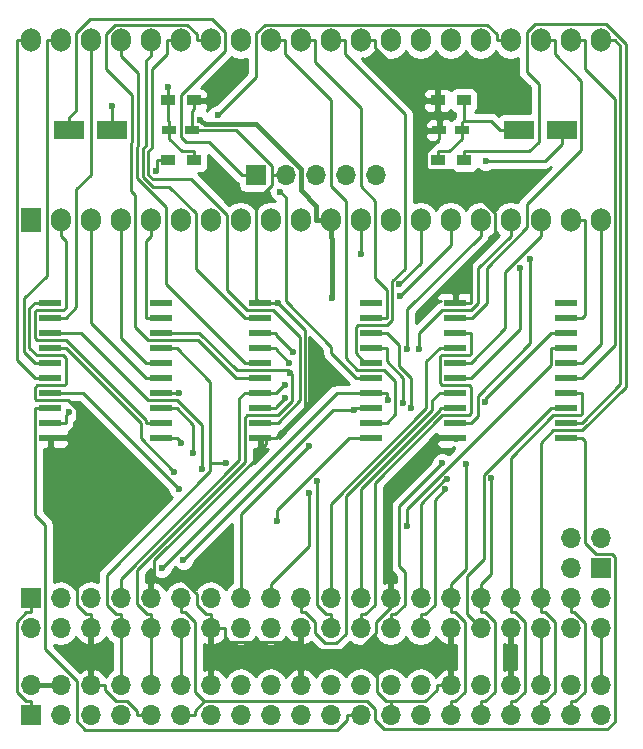
<source format=gbr>
G04 #@! TF.FileFunction,Copper,L1,Top,Signal*
%FSLAX46Y46*%
G04 Gerber Fmt 4.6, Leading zero omitted, Abs format (unit mm)*
G04 Created by KiCad (PCBNEW 4.0.7) date 11/25/18 19:30:54*
%MOMM*%
%LPD*%
G01*
G04 APERTURE LIST*
%ADD10C,0.100000*%
%ADD11R,1.200000X0.750000*%
%ADD12R,2.600000X1.600000*%
%ADD13R,1.700000X1.700000*%
%ADD14O,1.700000X1.700000*%
%ADD15R,1.200000X0.900000*%
%ADD16R,1.950000X0.600000*%
%ADD17R,1.700000X2.000000*%
%ADD18O,1.700000X2.000000*%
%ADD19C,0.600000*%
%ADD20C,0.250000*%
%ADD21C,0.400000*%
%ADD22C,0.254000*%
G04 APERTURE END LIST*
D10*
D11*
X162240000Y-69850000D03*
X160340000Y-69850000D03*
D12*
X167110000Y-69850000D03*
X170710000Y-69850000D03*
D11*
X137480000Y-69850000D03*
X139380000Y-69850000D03*
D12*
X132610000Y-69850000D03*
X129010000Y-69850000D03*
D13*
X125730000Y-109474000D03*
D14*
X125730000Y-112014000D03*
X128270000Y-109474000D03*
X128270000Y-112014000D03*
X130810000Y-109474000D03*
X130810000Y-112014000D03*
X133350000Y-109474000D03*
X133350000Y-112014000D03*
X135890000Y-109474000D03*
X135890000Y-112014000D03*
X138430000Y-109474000D03*
X138430000Y-112014000D03*
X140970000Y-109474000D03*
X140970000Y-112014000D03*
X143510000Y-109474000D03*
X143510000Y-112014000D03*
X146050000Y-109474000D03*
X146050000Y-112014000D03*
X148590000Y-109474000D03*
X148590000Y-112014000D03*
X151130000Y-109474000D03*
X151130000Y-112014000D03*
X153670000Y-109474000D03*
X153670000Y-112014000D03*
X156210000Y-109474000D03*
X156210000Y-112014000D03*
X158750000Y-109474000D03*
X158750000Y-112014000D03*
X161290000Y-109474000D03*
X161290000Y-112014000D03*
X163830000Y-109474000D03*
X163830000Y-112014000D03*
X166370000Y-109474000D03*
X166370000Y-112014000D03*
X168910000Y-109474000D03*
X168910000Y-112014000D03*
X171450000Y-109474000D03*
X171450000Y-112014000D03*
X173990000Y-109474000D03*
X173990000Y-112014000D03*
D13*
X173990000Y-106934000D03*
D14*
X171450000Y-106934000D03*
X173990000Y-104394000D03*
X171450000Y-104394000D03*
D13*
X144780000Y-73660000D03*
D14*
X147320000Y-73660000D03*
X149860000Y-73660000D03*
X152400000Y-73660000D03*
X154940000Y-73660000D03*
D15*
X162390000Y-72390000D03*
X160190000Y-72390000D03*
X162390000Y-67310000D03*
X160190000Y-67310000D03*
X137330000Y-72390000D03*
X139530000Y-72390000D03*
X137330000Y-67310000D03*
X139530000Y-67310000D03*
D16*
X127380000Y-84455000D03*
X127380000Y-85725000D03*
X127380000Y-86995000D03*
X127380000Y-88265000D03*
X127380000Y-89535000D03*
X127380000Y-90805000D03*
X127380000Y-92075000D03*
X127380000Y-93345000D03*
X127380000Y-94615000D03*
X127380000Y-95885000D03*
X136780000Y-95885000D03*
X136780000Y-94615000D03*
X136780000Y-93345000D03*
X136780000Y-92075000D03*
X136780000Y-90805000D03*
X136780000Y-89535000D03*
X136780000Y-88265000D03*
X136780000Y-86995000D03*
X136780000Y-85725000D03*
X136780000Y-84455000D03*
X145160000Y-84455000D03*
X145160000Y-85725000D03*
X145160000Y-86995000D03*
X145160000Y-88265000D03*
X145160000Y-89535000D03*
X145160000Y-90805000D03*
X145160000Y-92075000D03*
X145160000Y-93345000D03*
X145160000Y-94615000D03*
X145160000Y-95885000D03*
X154560000Y-95885000D03*
X154560000Y-94615000D03*
X154560000Y-93345000D03*
X154560000Y-92075000D03*
X154560000Y-90805000D03*
X154560000Y-89535000D03*
X154560000Y-88265000D03*
X154560000Y-86995000D03*
X154560000Y-85725000D03*
X154560000Y-84455000D03*
D17*
X125730000Y-77470000D03*
D18*
X173990000Y-62230000D03*
X128270000Y-77470000D03*
X171450000Y-62230000D03*
X130810000Y-77470000D03*
X168910000Y-62230000D03*
X133350000Y-77470000D03*
X166370000Y-62230000D03*
X135890000Y-77470000D03*
X163830000Y-62230000D03*
X138430000Y-77470000D03*
X161290000Y-62230000D03*
X140970000Y-77470000D03*
X158750000Y-62230000D03*
X143510000Y-77470000D03*
X156210000Y-62230000D03*
X146050000Y-77470000D03*
X153670000Y-62230000D03*
X148590000Y-77470000D03*
X151130000Y-62230000D03*
X151130000Y-77470000D03*
X148590000Y-62230000D03*
X153670000Y-77470000D03*
X146050000Y-62230000D03*
X156210000Y-77470000D03*
X143510000Y-62230000D03*
X158750000Y-77470000D03*
X140970000Y-62230000D03*
X161290000Y-77470000D03*
X138430000Y-62230000D03*
X163830000Y-77470000D03*
X135890000Y-62230000D03*
X166370000Y-77470000D03*
X133350000Y-62230000D03*
X168910000Y-77470000D03*
X130810000Y-62230000D03*
X171450000Y-77470000D03*
X128270000Y-62230000D03*
X173990000Y-77470000D03*
X125730000Y-62230000D03*
D16*
X161670000Y-84455000D03*
X161670000Y-85725000D03*
X161670000Y-86995000D03*
X161670000Y-88265000D03*
X161670000Y-89535000D03*
X161670000Y-90805000D03*
X161670000Y-92075000D03*
X161670000Y-93345000D03*
X161670000Y-94615000D03*
X161670000Y-95885000D03*
X171070000Y-95885000D03*
X171070000Y-94615000D03*
X171070000Y-93345000D03*
X171070000Y-92075000D03*
X171070000Y-90805000D03*
X171070000Y-89535000D03*
X171070000Y-88265000D03*
X171070000Y-86995000D03*
X171070000Y-85725000D03*
X171070000Y-84455000D03*
D13*
X125730000Y-119380000D03*
D14*
X125730000Y-116840000D03*
X128270000Y-119380000D03*
X128270000Y-116840000D03*
X130810000Y-119380000D03*
X130810000Y-116840000D03*
X133350000Y-119380000D03*
X133350000Y-116840000D03*
X135890000Y-119380000D03*
X135890000Y-116840000D03*
X138430000Y-119380000D03*
X138430000Y-116840000D03*
X140970000Y-119380000D03*
X140970000Y-116840000D03*
X143510000Y-119380000D03*
X143510000Y-116840000D03*
X146050000Y-119380000D03*
X146050000Y-116840000D03*
X148590000Y-119380000D03*
X148590000Y-116840000D03*
X151130000Y-119380000D03*
X151130000Y-116840000D03*
X153670000Y-119380000D03*
X153670000Y-116840000D03*
X156210000Y-119380000D03*
X156210000Y-116840000D03*
X158750000Y-119380000D03*
X158750000Y-116840000D03*
X161290000Y-119380000D03*
X161290000Y-116840000D03*
X163830000Y-119380000D03*
X163830000Y-116840000D03*
X166370000Y-119380000D03*
X166370000Y-116840000D03*
X168910000Y-119380000D03*
X168910000Y-116840000D03*
X171450000Y-119380000D03*
X171450000Y-116840000D03*
X173990000Y-119380000D03*
X173990000Y-116840000D03*
D19*
X146673300Y-84455000D03*
X145396800Y-96686900D03*
X151283400Y-84069700D03*
X140090600Y-68945700D03*
X155970500Y-92690200D03*
X136822300Y-106897800D03*
X147226300Y-91377100D03*
X164722200Y-99301900D03*
X147909600Y-88655200D03*
X147586600Y-89525800D03*
X160544200Y-98033500D03*
X160967100Y-99391200D03*
X157239100Y-92898100D03*
X157926000Y-93365600D03*
X160843000Y-100248200D03*
X153072700Y-93532000D03*
X138654800Y-106216600D03*
X162570800Y-98070900D03*
X147226300Y-92504100D03*
X167140100Y-81467000D03*
X157624900Y-88399200D03*
X167991300Y-80705000D03*
X128981900Y-93731000D03*
X146873200Y-75055900D03*
X157002000Y-83878800D03*
X156932200Y-82897000D03*
X153670000Y-80288700D03*
X149305000Y-100540800D03*
X140251900Y-98543800D03*
X138323300Y-100252800D03*
X164188900Y-92827500D03*
X147718400Y-90375500D03*
X139504800Y-97152700D03*
X137889000Y-98758800D03*
X138281200Y-92062700D03*
X157572600Y-103350900D03*
X142242500Y-98053200D03*
X136314700Y-73333200D03*
X149954700Y-99503900D03*
X146591900Y-102896900D03*
X138429100Y-96293300D03*
X149255300Y-96576300D03*
X164239800Y-72418000D03*
X137330000Y-66166800D03*
X132610000Y-67816100D03*
X141573300Y-68557400D03*
X158576400Y-88333200D03*
D20*
X156210000Y-109474000D02*
X156210000Y-108298700D01*
X161670000Y-95885000D02*
X160369700Y-95885000D01*
X140970000Y-112014000D02*
X142145300Y-112014000D01*
X140970000Y-116840000D02*
X140970000Y-115664700D01*
X148590000Y-112014000D02*
X148590000Y-113189300D01*
X148590000Y-116840000D02*
X148590000Y-115664700D01*
X142197300Y-113189300D02*
X148590000Y-113189300D01*
X142197300Y-114437400D02*
X142197300Y-113189300D01*
X140970000Y-115664700D02*
X142197300Y-114437400D01*
X142197300Y-112066000D02*
X142145300Y-112014000D01*
X142197300Y-113189300D02*
X142197300Y-112066000D01*
X127380000Y-95885000D02*
X128680300Y-95885000D01*
X139530000Y-67310000D02*
X139530000Y-68085300D01*
X139380000Y-69850000D02*
X139380000Y-69149700D01*
X161670000Y-84455000D02*
X162970300Y-84455000D01*
X156210000Y-109474000D02*
X156210000Y-110185300D01*
X149208900Y-115045800D02*
X149208900Y-113808200D01*
X148590000Y-115664700D02*
X149208900Y-115045800D01*
X149208900Y-113808200D02*
X148590000Y-113189300D01*
X134714700Y-119012600D02*
X134714700Y-119380000D01*
X133906800Y-118204700D02*
X134714700Y-119012600D01*
X132982600Y-118204700D02*
X133906800Y-118204700D01*
X131985300Y-117207400D02*
X132982600Y-118204700D01*
X131985300Y-116840000D02*
X131985300Y-117207400D01*
X130810000Y-116840000D02*
X131985300Y-116840000D01*
X135890000Y-119380000D02*
X134714700Y-119380000D01*
X127380000Y-84455000D02*
X126079700Y-84455000D01*
X129624900Y-93474700D02*
X129624900Y-95885000D01*
X128850600Y-92700400D02*
X129624900Y-93474700D01*
X126207800Y-92700400D02*
X128850600Y-92700400D01*
X126079600Y-92572200D02*
X126207800Y-92700400D01*
X126079600Y-91640300D02*
X126079600Y-92572200D01*
X126270300Y-91449600D02*
X126079600Y-91640300D01*
X128560000Y-91449600D02*
X126270300Y-91449600D01*
X128680300Y-91329300D02*
X128560000Y-91449600D01*
X128680300Y-89100200D02*
X128680300Y-91329300D01*
X128489700Y-88909600D02*
X128680300Y-89100200D01*
X126260200Y-88909600D02*
X128489700Y-88909600D01*
X125628200Y-88277600D02*
X126260200Y-88909600D01*
X125628200Y-84906500D02*
X125628200Y-88277600D01*
X126079700Y-84455000D02*
X125628200Y-84906500D01*
X129624900Y-95885000D02*
X128680300Y-95885000D01*
X130810000Y-112014000D02*
X130810000Y-110838700D01*
X156210000Y-119380000D02*
X156210000Y-118204700D01*
X149208900Y-113808200D02*
X153540000Y-113808200D01*
X154940000Y-111455300D02*
X156210000Y-110185300D01*
X154940000Y-112408200D02*
X154940000Y-111455300D01*
X153540000Y-113808200D02*
X154940000Y-112408200D01*
X161290000Y-116840000D02*
X161290000Y-112014000D01*
X155842600Y-118204700D02*
X156210000Y-118204700D01*
X155034700Y-117396800D02*
X155842600Y-118204700D01*
X155034700Y-115302900D02*
X155034700Y-117396800D01*
X153540000Y-113808200D02*
X155034700Y-115302900D01*
X160114700Y-117207300D02*
X160114700Y-116840000D01*
X159117300Y-118204700D02*
X160114700Y-117207300D01*
X156210000Y-118204700D02*
X159117300Y-118204700D01*
X161290000Y-116840000D02*
X160114700Y-116840000D01*
X139380000Y-68235300D02*
X139380000Y-69149700D01*
X139530000Y-68085300D02*
X139380000Y-68235300D01*
X147320000Y-73660000D02*
X146144700Y-73660000D01*
X139380000Y-69850000D02*
X140305300Y-69850000D01*
X146144700Y-74507500D02*
X146144700Y-73660000D01*
X144780000Y-75872200D02*
X146144700Y-74507500D01*
X144780000Y-84075000D02*
X144780000Y-75872200D01*
X145160000Y-84455000D02*
X144780000Y-84075000D01*
X145160000Y-84455000D02*
X146460300Y-84455000D01*
X129624900Y-110020900D02*
X129624900Y-95885000D01*
X130442700Y-110838700D02*
X129624900Y-110020900D01*
X130810000Y-110838700D02*
X130442700Y-110838700D01*
X135890000Y-109474000D02*
X135890000Y-108298700D01*
X140970000Y-112014000D02*
X140970000Y-110838700D01*
X162970300Y-81077200D02*
X162970300Y-84455000D01*
X165034600Y-79012900D02*
X162970300Y-81077200D01*
X165034600Y-76857600D02*
X165034600Y-79012900D01*
X161362400Y-73185400D02*
X165034600Y-76857600D01*
X159397300Y-73185400D02*
X161362400Y-73185400D01*
X159242300Y-73030400D02*
X159397300Y-73185400D01*
X159242300Y-71648000D02*
X159242300Y-73030400D01*
X160340000Y-70550300D02*
X159242300Y-71648000D01*
X135890000Y-108112400D02*
X136195200Y-107807200D01*
X135890000Y-108298700D02*
X135890000Y-108112400D01*
X140602600Y-110838700D02*
X140970000Y-110838700D01*
X139794700Y-110030800D02*
X140602600Y-110838700D01*
X139794700Y-109134000D02*
X139794700Y-110030800D01*
X138467900Y-107807200D02*
X139794700Y-109134000D01*
X136195200Y-107807200D02*
X138467900Y-107807200D01*
X146144700Y-72852000D02*
X146144700Y-73660000D01*
X143142800Y-69850100D02*
X146144700Y-72852000D01*
X140305300Y-69850100D02*
X143142800Y-69850100D01*
X140305300Y-69850000D02*
X140305300Y-69850100D01*
X156210000Y-100044700D02*
X156210000Y-108298700D01*
X160369700Y-95885000D02*
X156210000Y-100044700D01*
X154845300Y-62890600D02*
X159264700Y-67310000D01*
X154845300Y-62230000D02*
X154845300Y-62890600D01*
X153670000Y-62230000D02*
X154845300Y-62230000D01*
X160190000Y-67310000D02*
X159264700Y-67310000D01*
X160340000Y-70200100D02*
X160340000Y-70550300D01*
X160340000Y-70200100D02*
X160340000Y-69850000D01*
X160340000Y-68235300D02*
X160190000Y-68085300D01*
X160340000Y-69850000D02*
X160340000Y-68235300D01*
X160190000Y-67310000D02*
X160190000Y-68085300D01*
X146673300Y-84455000D02*
X146460300Y-84455000D01*
X148992500Y-93352800D02*
X146460300Y-95885000D01*
X148992500Y-86774200D02*
X148992500Y-93352800D01*
X146673300Y-84455000D02*
X148992500Y-86774200D01*
X145160000Y-95885000D02*
X145685000Y-95885000D01*
X145685000Y-95885000D02*
X146460300Y-95885000D01*
X145396800Y-97057100D02*
X145396800Y-96686900D01*
X136195200Y-106258700D02*
X145396800Y-97057100D01*
X136195200Y-107807200D02*
X136195200Y-106258700D01*
X145685000Y-96398700D02*
X145685000Y-95885000D01*
X145396800Y-96686900D02*
X145685000Y-96398700D01*
D21*
X128270000Y-116840000D02*
X127019700Y-116840000D01*
X125730000Y-116840000D02*
X127019700Y-116840000D01*
X151283400Y-79023700D02*
X151283400Y-84069700D01*
X151130000Y-78870300D02*
X151283400Y-79023700D01*
X151130000Y-77993100D02*
X151130000Y-78870300D01*
X151130000Y-77470000D02*
X151130000Y-77993100D01*
X140469500Y-69324600D02*
X140090600Y-68945700D01*
X144802900Y-69324600D02*
X140469500Y-69324600D01*
X148590000Y-73111700D02*
X144802900Y-69324600D01*
X148590000Y-74930000D02*
X148590000Y-73111700D01*
X149879700Y-76219700D02*
X148590000Y-74930000D01*
X149879700Y-77470000D02*
X149879700Y-76219700D01*
X151130000Y-77470000D02*
X149879700Y-77470000D01*
D20*
X155860300Y-92580000D02*
X155860300Y-92075000D01*
X155970500Y-92690200D02*
X155860300Y-92580000D01*
X155097600Y-92075000D02*
X155860300Y-92075000D01*
X155097600Y-92075000D02*
X154560000Y-92075000D01*
X151645100Y-92075000D02*
X136822300Y-106897800D01*
X154560000Y-92075000D02*
X151645100Y-92075000D01*
X133350000Y-109474000D02*
X133350000Y-108298700D01*
X144509900Y-92075000D02*
X143859700Y-92075000D01*
X144509900Y-92075000D02*
X145160000Y-92075000D01*
X145160000Y-92075000D02*
X146460300Y-92075000D01*
X147158200Y-91377100D02*
X147226300Y-91377100D01*
X146460300Y-92075000D02*
X147158200Y-91377100D01*
X143409400Y-92525300D02*
X143859700Y-92075000D01*
X143409400Y-97770700D02*
X143409400Y-92525300D01*
X133350000Y-107830100D02*
X143409400Y-97770700D01*
X133350000Y-108298700D02*
X133350000Y-107830100D01*
X164197400Y-118204700D02*
X163830000Y-118204700D01*
X165005300Y-117396800D02*
X164197400Y-118204700D01*
X165005300Y-111457200D02*
X165005300Y-117396800D01*
X164197400Y-110649300D02*
X165005300Y-111457200D01*
X163830000Y-110649300D02*
X164197400Y-110649300D01*
X163830000Y-119380000D02*
X163830000Y-118204700D01*
X163830000Y-109474000D02*
X163830000Y-108298700D01*
X163830000Y-109474000D02*
X163830000Y-110649300D01*
X164722200Y-107406500D02*
X164722200Y-99301900D01*
X163830000Y-108298700D02*
X164722200Y-107406500D01*
X146460300Y-87205900D02*
X146460300Y-86995000D01*
X147909600Y-88655200D02*
X146460300Y-87205900D01*
X145160000Y-86995000D02*
X146460300Y-86995000D01*
X146460300Y-88399500D02*
X147586600Y-89525800D01*
X146460300Y-88265000D02*
X146460300Y-88399500D01*
X145160000Y-88265000D02*
X146460300Y-88265000D01*
X156577400Y-110838700D02*
X156210000Y-110838700D01*
X157385300Y-110030800D02*
X156577400Y-110838700D01*
X157385300Y-107231300D02*
X157385300Y-110030800D01*
X156930400Y-106776400D02*
X157385300Y-107231300D01*
X156930400Y-101647300D02*
X156930400Y-106776400D01*
X160544200Y-98033500D02*
X156930400Y-101647300D01*
X156210000Y-112014000D02*
X156210000Y-110838700D01*
X154560000Y-88265000D02*
X155860300Y-88265000D01*
X158750000Y-109474000D02*
X158750000Y-108298700D01*
X157239100Y-90793800D02*
X157239100Y-92898100D01*
X155860300Y-89415000D02*
X157239100Y-90793800D01*
X155860300Y-88265000D02*
X155860300Y-89415000D01*
X158750000Y-101456900D02*
X158750000Y-108298700D01*
X160815700Y-99391200D02*
X158750000Y-101456900D01*
X160967100Y-99391200D02*
X160815700Y-99391200D01*
X154560000Y-86995000D02*
X155860300Y-86995000D01*
X157926000Y-90843800D02*
X157926000Y-93365600D01*
X156925600Y-89843400D02*
X157926000Y-90843800D01*
X156925600Y-88060300D02*
X156925600Y-89843400D01*
X155860300Y-86995000D02*
X156925600Y-88060300D01*
X159117400Y-110838700D02*
X158750000Y-110838700D01*
X159925300Y-110030800D02*
X159117400Y-110838700D01*
X159925300Y-101165900D02*
X159925300Y-110030800D01*
X160843000Y-100248200D02*
X159925300Y-101165900D01*
X158750000Y-112014000D02*
X158750000Y-110838700D01*
X154560000Y-93345000D02*
X153259700Y-93345000D01*
X153259700Y-93345000D02*
X153072700Y-93532000D01*
X151339400Y-93532000D02*
X138654800Y-106216600D01*
X153072700Y-93532000D02*
X151339400Y-93532000D01*
X161290000Y-119380000D02*
X161290000Y-118204700D01*
X161657400Y-118204700D02*
X161290000Y-118204700D01*
X162465300Y-117396800D02*
X161657400Y-118204700D01*
X162465300Y-111457200D02*
X162465300Y-117396800D01*
X161657400Y-110649300D02*
X162465300Y-111457200D01*
X161290000Y-110649300D02*
X161657400Y-110649300D01*
X161290000Y-109474000D02*
X161290000Y-110649300D01*
X161290000Y-109474000D02*
X161290000Y-108298700D01*
X162570800Y-107017900D02*
X161290000Y-108298700D01*
X162570800Y-98070900D02*
X162570800Y-107017900D01*
X145160000Y-93345000D02*
X146460300Y-93345000D01*
X146460300Y-93270100D02*
X147226300Y-92504100D01*
X146460300Y-93345000D02*
X146460300Y-93270100D01*
X167140100Y-86635200D02*
X162970300Y-90805000D01*
X167140100Y-81467000D02*
X167140100Y-86635200D01*
X161670000Y-90805000D02*
X162970300Y-90805000D01*
X163830000Y-77470000D02*
X163830000Y-78795300D01*
X157624900Y-85000400D02*
X157624900Y-88399200D01*
X163830000Y-78795300D02*
X157624900Y-85000400D01*
X161670000Y-94615000D02*
X162970300Y-94615000D01*
X167991300Y-87881900D02*
X167991300Y-80705000D01*
X163563600Y-92309600D02*
X167991300Y-87881900D01*
X163563600Y-94021700D02*
X163563600Y-92309600D01*
X162970300Y-94615000D02*
X163563600Y-94021700D01*
X171070000Y-89535000D02*
X172370300Y-89535000D01*
X173990000Y-87915300D02*
X173990000Y-77470000D01*
X172370300Y-89535000D02*
X173990000Y-87915300D01*
X172625300Y-85470000D02*
X172370300Y-85725000D01*
X172625300Y-77470000D02*
X172625300Y-85470000D01*
X171450000Y-77470000D02*
X172625300Y-77470000D01*
X171070000Y-85725000D02*
X172370300Y-85725000D01*
X171450000Y-62230000D02*
X172625300Y-62230000D01*
X171070000Y-90805000D02*
X172370300Y-90805000D01*
X175167700Y-88007600D02*
X172370300Y-90805000D01*
X175167700Y-67221300D02*
X175167700Y-88007600D01*
X172625300Y-64678900D02*
X175167700Y-67221300D01*
X172625300Y-62230000D02*
X172625300Y-64678900D01*
X173990000Y-62230000D02*
X175165300Y-62230000D01*
X171070000Y-94615000D02*
X172370300Y-94615000D01*
X175639700Y-91345600D02*
X172370300Y-94615000D01*
X175639700Y-62704400D02*
X175639700Y-91345600D01*
X175165300Y-62230000D02*
X175639700Y-62704400D01*
X128270000Y-62230000D02*
X127094700Y-62230000D01*
X127380000Y-89535000D02*
X126079700Y-89535000D01*
X127094700Y-82164100D02*
X127094700Y-62230000D01*
X125176700Y-84082100D02*
X127094700Y-82164100D01*
X125176700Y-88632000D02*
X125176700Y-84082100D01*
X126079700Y-89535000D02*
X125176700Y-88632000D01*
X135479700Y-79205600D02*
X135479700Y-85725000D01*
X135890000Y-78795300D02*
X135479700Y-79205600D01*
X135890000Y-77470000D02*
X135890000Y-78795300D01*
X136780000Y-85725000D02*
X135479700Y-85725000D01*
X128680300Y-94032600D02*
X128680300Y-94615000D01*
X128981900Y-93731000D02*
X128680300Y-94032600D01*
X127380000Y-94615000D02*
X128680300Y-94615000D01*
X124554700Y-89280000D02*
X126079700Y-90805000D01*
X124554700Y-62230000D02*
X124554700Y-89280000D01*
X125730000Y-62230000D02*
X124554700Y-62230000D01*
X127380000Y-90805000D02*
X126079700Y-90805000D01*
X133350000Y-62230000D02*
X133350000Y-63555300D01*
X145160000Y-89535000D02*
X143859700Y-89535000D01*
X137160000Y-82835300D02*
X143859700Y-89535000D01*
X137160000Y-76336600D02*
X137160000Y-82835300D01*
X134712400Y-73889000D02*
X137160000Y-76336600D01*
X134712400Y-71294000D02*
X134712400Y-73889000D01*
X134805700Y-71200700D02*
X134712400Y-71294000D01*
X134805700Y-65011000D02*
X134805700Y-71200700D01*
X133350000Y-63555300D02*
X134805700Y-65011000D01*
X135890000Y-62230000D02*
X135890000Y-63555300D01*
X145160000Y-85725000D02*
X143859700Y-85725000D01*
X139700000Y-81565300D02*
X143859700Y-85725000D01*
X139700000Y-76870000D02*
X139700000Y-81565300D01*
X137477500Y-74647500D02*
X139700000Y-76870000D01*
X136107800Y-74647500D02*
X137477500Y-74647500D01*
X135238300Y-73778000D02*
X136107800Y-74647500D01*
X135238300Y-71405000D02*
X135238300Y-73778000D01*
X135519700Y-71123600D02*
X135238300Y-71405000D01*
X135519700Y-63925600D02*
X135519700Y-71123600D01*
X135890000Y-63555300D02*
X135519700Y-63925600D01*
X128270000Y-77470000D02*
X128270000Y-78795300D01*
X136780000Y-94615000D02*
X135479700Y-94615000D01*
X128680400Y-79205700D02*
X128270000Y-78795300D01*
X128680400Y-84889700D02*
X128680400Y-79205700D01*
X128478100Y-85092000D02*
X128680400Y-84889700D01*
X126223500Y-85092000D02*
X128478100Y-85092000D01*
X126079600Y-85235900D02*
X126223500Y-85092000D01*
X126079600Y-87472500D02*
X126079600Y-85235900D01*
X126237500Y-87630400D02*
X126079600Y-87472500D01*
X128733900Y-87630400D02*
X126237500Y-87630400D01*
X135479700Y-94376200D02*
X128733900Y-87630400D01*
X135479700Y-94615000D02*
X135479700Y-94376200D01*
X129591400Y-84813900D02*
X128680300Y-85725000D01*
X129591400Y-74835700D02*
X129591400Y-84813900D01*
X130810000Y-73617100D02*
X129591400Y-74835700D01*
X130810000Y-62230000D02*
X130810000Y-73617100D01*
X127380000Y-85725000D02*
X128680300Y-85725000D01*
X136780000Y-89535000D02*
X135479700Y-89535000D01*
X133350000Y-77470000D02*
X133350000Y-78795300D01*
X133350000Y-87405300D02*
X135479700Y-89535000D01*
X133350000Y-78795300D02*
X133350000Y-87405300D01*
X130810000Y-77470000D02*
X130810000Y-78795300D01*
X130810000Y-86135300D02*
X135479700Y-90805000D01*
X130810000Y-78795300D02*
X130810000Y-86135300D01*
X136780000Y-90805000D02*
X135479700Y-90805000D01*
X148590000Y-62230000D02*
X149765300Y-62230000D01*
X154560000Y-85725000D02*
X155860300Y-85725000D01*
X155860300Y-83346300D02*
X155860300Y-85725000D01*
X154875700Y-82361700D02*
X155860300Y-83346300D01*
X154875700Y-75798500D02*
X154875700Y-82361700D01*
X153670000Y-74592800D02*
X154875700Y-75798500D01*
X153670000Y-67946800D02*
X153670000Y-74592800D01*
X149765300Y-64042100D02*
X153670000Y-67946800D01*
X149765300Y-62230000D02*
X149765300Y-64042100D01*
X151130000Y-62230000D02*
X152305300Y-62230000D01*
X154068100Y-89535000D02*
X154560000Y-89535000D01*
X153259600Y-88726500D02*
X154068100Y-89535000D01*
X153259600Y-86495100D02*
X153259600Y-88726500D01*
X153404300Y-86350400D02*
X153259600Y-86495100D01*
X155897000Y-86350400D02*
X153404300Y-86350400D01*
X156343700Y-85903700D02*
X155897000Y-86350400D01*
X156343700Y-83192800D02*
X156343700Y-85903700D01*
X156306900Y-83156000D02*
X156343700Y-83192800D01*
X156306900Y-82638000D02*
X156306900Y-83156000D01*
X157389700Y-81555200D02*
X156306900Y-82638000D01*
X157389700Y-68489700D02*
X157389700Y-81555200D01*
X152305300Y-63405300D02*
X157389700Y-68489700D01*
X152305300Y-62230000D02*
X152305300Y-63405300D01*
X154560000Y-90805000D02*
X153259700Y-90805000D01*
X147320000Y-75502700D02*
X146873200Y-75055900D01*
X147320000Y-84311700D02*
X147320000Y-75502700D01*
X151183500Y-88175200D02*
X147320000Y-84311700D01*
X151183500Y-88728800D02*
X151183500Y-88175200D01*
X153259700Y-90805000D02*
X151183500Y-88728800D01*
X146050000Y-62230000D02*
X147225300Y-62230000D01*
X154560000Y-94615000D02*
X155860300Y-94615000D01*
X156595900Y-93879400D02*
X155860300Y-94615000D01*
X156595900Y-91086500D02*
X156595900Y-93879400D01*
X155669800Y-90160400D02*
X156595900Y-91086500D01*
X153400900Y-90160400D02*
X155669800Y-90160400D01*
X152400000Y-89159500D02*
X153400900Y-90160400D01*
X152400000Y-75862800D02*
X152400000Y-89159500D01*
X151130000Y-74592800D02*
X152400000Y-75862800D01*
X151130000Y-67310000D02*
X151130000Y-74592800D01*
X147225300Y-63405300D02*
X151130000Y-67310000D01*
X147225300Y-62230000D02*
X147225300Y-63405300D01*
X138430000Y-62230000D02*
X137254700Y-62230000D01*
X145160000Y-94615000D02*
X146460300Y-94615000D01*
X146636700Y-94615000D02*
X146460300Y-94615000D01*
X148534900Y-92716800D02*
X146636700Y-94615000D01*
X148534900Y-87344100D02*
X148534900Y-92716800D01*
X146282800Y-85092000D02*
X148534900Y-87344100D01*
X144011800Y-85092000D02*
X146282800Y-85092000D01*
X142324200Y-83404400D02*
X144011800Y-85092000D01*
X142324200Y-77010600D02*
X142324200Y-83404400D01*
X139272100Y-73958500D02*
X142324200Y-77010600D01*
X136055700Y-73958500D02*
X139272100Y-73958500D01*
X135688700Y-73591500D02*
X136055700Y-73958500D01*
X135688700Y-71591500D02*
X135688700Y-73591500D01*
X135970100Y-71310100D02*
X135688700Y-71591500D01*
X135970100Y-64689900D02*
X135970100Y-71310100D01*
X137254700Y-63405300D02*
X135970100Y-64689900D01*
X137254700Y-62230000D02*
X137254700Y-63405300D01*
X140970000Y-62230000D02*
X139794700Y-62230000D01*
X143100500Y-90805000D02*
X145160000Y-90805000D01*
X139935100Y-87639600D02*
X143100500Y-90805000D01*
X135688500Y-87639600D02*
X139935100Y-87639600D01*
X134525300Y-86476400D02*
X135688500Y-87639600D01*
X134525300Y-75301300D02*
X134525300Y-86476400D01*
X134225100Y-75001100D02*
X134525300Y-75301300D01*
X134225100Y-70919100D02*
X134225100Y-75001100D01*
X134281500Y-70862700D02*
X134225100Y-70919100D01*
X134281500Y-66824200D02*
X134281500Y-70862700D01*
X132080000Y-64622700D02*
X134281500Y-66824200D01*
X132080000Y-61674100D02*
X132080000Y-64622700D01*
X132851900Y-60902200D02*
X132080000Y-61674100D01*
X138981100Y-60902200D02*
X132851900Y-60902200D01*
X139794700Y-61715800D02*
X138981100Y-60902200D01*
X139794700Y-62230000D02*
X139794700Y-61715800D01*
X161290000Y-77470000D02*
X161290000Y-78795300D01*
X161290000Y-79590800D02*
X161290000Y-78795300D01*
X157002000Y-83878800D02*
X161290000Y-79590800D01*
X158750000Y-81079200D02*
X156932200Y-82897000D01*
X158750000Y-77470000D02*
X158750000Y-81079200D01*
X153670000Y-77470000D02*
X153670000Y-80288700D01*
X125362600Y-110649300D02*
X125730000Y-110649300D01*
X124554700Y-111457200D02*
X125362600Y-110649300D01*
X124554700Y-117396700D02*
X124554700Y-111457200D01*
X125362700Y-118204700D02*
X124554700Y-117396700D01*
X125730000Y-118204700D02*
X125362700Y-118204700D01*
X125730000Y-119380000D02*
X125730000Y-118204700D01*
X125730000Y-109474000D02*
X125730000Y-110649300D01*
X146050000Y-109474000D02*
X146050000Y-108298700D01*
X149305000Y-105043700D02*
X149305000Y-100540800D01*
X146050000Y-108298700D02*
X149305000Y-105043700D01*
X161670000Y-86995000D02*
X162970300Y-86995000D01*
X153670000Y-112014000D02*
X153670000Y-110838700D01*
X129964900Y-86995000D02*
X127380000Y-86995000D01*
X135689500Y-92719600D02*
X129964900Y-86995000D01*
X138136200Y-92719600D02*
X135689500Y-92719600D01*
X140251900Y-94835300D02*
X138136200Y-92719600D01*
X140251900Y-98543800D02*
X140251900Y-94835300D01*
X154037400Y-110838700D02*
X153670000Y-110838700D01*
X154845300Y-110030800D02*
X154037400Y-110838700D01*
X154845300Y-99704600D02*
X154845300Y-110030800D01*
X160579500Y-93970400D02*
X154845300Y-99704600D01*
X162821900Y-93970400D02*
X160579500Y-93970400D01*
X162970400Y-93821900D02*
X162821900Y-93970400D01*
X162970400Y-91575100D02*
X162970400Y-93821900D01*
X162825700Y-91430400D02*
X162970400Y-91575100D01*
X160518100Y-91430400D02*
X162825700Y-91430400D01*
X160369600Y-91281900D02*
X160518100Y-91430400D01*
X160369600Y-89045900D02*
X160369600Y-91281900D01*
X160513500Y-88902000D02*
X160369600Y-89045900D01*
X162826100Y-88902000D02*
X160513500Y-88902000D01*
X162970300Y-88757800D02*
X162826100Y-88902000D01*
X162970300Y-86995000D02*
X162970300Y-88757800D01*
X148957400Y-110649300D02*
X148590000Y-110649300D01*
X149765300Y-111457200D02*
X148957400Y-110649300D01*
X149765300Y-112387200D02*
X149765300Y-111457200D01*
X150641300Y-113263200D02*
X149765300Y-112387200D01*
X151612000Y-113263200D02*
X150641300Y-113263200D01*
X152400000Y-112475200D02*
X151612000Y-113263200D01*
X152400000Y-100824800D02*
X152400000Y-112475200D01*
X159732600Y-93492200D02*
X152400000Y-100824800D01*
X159732600Y-92712100D02*
X159732600Y-93492200D01*
X160369700Y-92075000D02*
X159732600Y-92712100D01*
X161670000Y-92075000D02*
X160369700Y-92075000D01*
X148590000Y-109474000D02*
X148590000Y-110649300D01*
X130145500Y-92075000D02*
X127380000Y-92075000D01*
X138323300Y-100252800D02*
X130145500Y-92075000D01*
X153670000Y-100217400D02*
X153670000Y-109474000D01*
X160369700Y-93517700D02*
X153670000Y-100217400D01*
X160369700Y-93345000D02*
X160369700Y-93517700D01*
X161670000Y-93345000D02*
X160369700Y-93345000D01*
X126079700Y-102404600D02*
X126079700Y-93345000D01*
X126905400Y-103230300D02*
X126079700Y-102404600D01*
X126905400Y-113785500D02*
X126905400Y-103230300D01*
X129634600Y-116514700D02*
X126905400Y-113785500D01*
X129634600Y-119899500D02*
X129634600Y-116514700D01*
X130330600Y-120595500D02*
X129634600Y-119899500D01*
X151646500Y-120595500D02*
X130330600Y-120595500D01*
X152494700Y-119747300D02*
X151646500Y-120595500D01*
X152494700Y-119380000D02*
X152494700Y-119747300D01*
X153670000Y-119380000D02*
X152494700Y-119380000D01*
X127380000Y-93345000D02*
X126079700Y-93345000D01*
X135890000Y-116840000D02*
X135890000Y-112014000D01*
X135890000Y-112014000D02*
X135890000Y-110838700D01*
X171070000Y-86995000D02*
X169769700Y-86995000D01*
X140004200Y-86995000D02*
X136780000Y-86995000D01*
X143169600Y-90160400D02*
X140004200Y-86995000D01*
X147503300Y-90160400D02*
X143169600Y-90160400D01*
X147718400Y-90375500D02*
X147503300Y-90160400D01*
X164188900Y-92575800D02*
X164188900Y-92827500D01*
X169769700Y-86995000D02*
X164188900Y-92575800D01*
X147851600Y-90508700D02*
X147718400Y-90375500D01*
X147851600Y-92763200D02*
X147851600Y-90508700D01*
X146634800Y-93980000D02*
X147851600Y-92763200D01*
X144054100Y-93980000D02*
X146634800Y-93980000D01*
X143859700Y-94174400D02*
X144054100Y-93980000D01*
X143859700Y-97957300D02*
X143859700Y-94174400D01*
X134704400Y-107112600D02*
X143859700Y-97957300D01*
X134704400Y-109957200D02*
X134704400Y-107112600D01*
X135585900Y-110838700D02*
X134704400Y-109957200D01*
X135890000Y-110838700D02*
X135585900Y-110838700D01*
X171070000Y-93345000D02*
X169769700Y-93345000D01*
X164096800Y-99017900D02*
X169769700Y-93345000D01*
X164096800Y-106128800D02*
X164096800Y-99017900D01*
X162634300Y-107591300D02*
X164096800Y-106128800D01*
X162634300Y-110818300D02*
X162634300Y-107591300D01*
X163830000Y-112014000D02*
X162634300Y-110818300D01*
X136780000Y-93345000D02*
X138080300Y-93345000D01*
X139504800Y-94769500D02*
X139504800Y-97152700D01*
X138080300Y-93345000D02*
X139504800Y-94769500D01*
X161670000Y-88265000D02*
X160369700Y-88265000D01*
X151130000Y-109474000D02*
X151130000Y-108298700D01*
X159223700Y-89411000D02*
X160369700Y-88265000D01*
X159223700Y-93364200D02*
X159223700Y-89411000D01*
X151130000Y-101457900D02*
X159223700Y-93364200D01*
X151130000Y-108298700D02*
X151130000Y-101457900D01*
X127380000Y-88265000D02*
X128680300Y-88265000D01*
X135029300Y-94614000D02*
X128680300Y-88265000D01*
X135029300Y-95899100D02*
X135029300Y-94614000D01*
X137889000Y-98758800D02*
X135029300Y-95899100D01*
X166370000Y-119380000D02*
X166370000Y-118204700D01*
X166737400Y-118204700D02*
X166370000Y-118204700D01*
X167545300Y-117396800D02*
X166737400Y-118204700D01*
X167545300Y-111457200D02*
X167545300Y-117396800D01*
X166737400Y-110649300D02*
X167545300Y-111457200D01*
X166370000Y-110649300D02*
X166737400Y-110649300D01*
X166370000Y-109474000D02*
X166370000Y-110649300D01*
X166370000Y-97559300D02*
X166370000Y-108298700D01*
X169958900Y-93970400D02*
X166370000Y-97559300D01*
X172235100Y-93970400D02*
X169958900Y-93970400D01*
X172370300Y-93835200D02*
X172235100Y-93970400D01*
X172370300Y-92075000D02*
X172370300Y-93835200D01*
X171070000Y-92075000D02*
X172370300Y-92075000D01*
X166370000Y-109474000D02*
X166370000Y-108298700D01*
X136780000Y-92075000D02*
X138080300Y-92075000D01*
X138092600Y-92062700D02*
X138281200Y-92062700D01*
X138080300Y-92075000D02*
X138092600Y-92062700D01*
X133350000Y-112014000D02*
X133350000Y-116840000D01*
X136780000Y-88265000D02*
X138080300Y-88265000D01*
X133350000Y-112014000D02*
X133350000Y-110838700D01*
X142242500Y-98053200D02*
X140955300Y-98053200D01*
X140955300Y-98724800D02*
X140955300Y-98053200D01*
X132174700Y-107505400D02*
X140955300Y-98724800D01*
X132174700Y-110030800D02*
X132174700Y-107505400D01*
X132982600Y-110838700D02*
X132174700Y-110030800D01*
X133350000Y-110838700D02*
X132982600Y-110838700D01*
X140955300Y-91140000D02*
X138080300Y-88265000D01*
X140955300Y-98053200D02*
X140955300Y-91140000D01*
X171070000Y-88265000D02*
X169769700Y-88265000D01*
X157572600Y-101901200D02*
X157572600Y-103350900D01*
X169769700Y-89704100D02*
X157572600Y-101901200D01*
X169769700Y-88265000D02*
X169769700Y-89704100D01*
X171070000Y-95885000D02*
X172370300Y-95885000D01*
X138430000Y-119380000D02*
X139605300Y-119380000D01*
X138430000Y-109474000D02*
X138430000Y-110649300D01*
X138797400Y-110649300D02*
X138430000Y-110649300D01*
X139605300Y-111457200D02*
X138797400Y-110649300D01*
X139605300Y-117396800D02*
X139605300Y-111457200D01*
X140413200Y-118204700D02*
X139605300Y-117396800D01*
X154216200Y-118204700D02*
X140413200Y-118204700D01*
X154845400Y-118833900D02*
X154216200Y-118204700D01*
X154845400Y-119764800D02*
X154845400Y-118833900D01*
X155651400Y-120570800D02*
X154845400Y-119764800D01*
X174536300Y-120570800D02*
X155651400Y-120570800D01*
X175168600Y-119938500D02*
X174536300Y-120570800D01*
X175168600Y-105952400D02*
X175168600Y-119938500D01*
X174974800Y-105758600D02*
X175168600Y-105952400D01*
X173630400Y-105758600D02*
X174974800Y-105758600D01*
X172625300Y-104753500D02*
X173630400Y-105758600D01*
X172625300Y-96140000D02*
X172625300Y-104753500D01*
X172370300Y-95885000D02*
X172625300Y-96140000D01*
X139605300Y-119012600D02*
X139605300Y-119380000D01*
X140413200Y-118204700D02*
X139605300Y-119012600D01*
X138430000Y-112014000D02*
X138430000Y-116840000D01*
X136404700Y-73243200D02*
X136314700Y-73333200D01*
X136404700Y-72390000D02*
X136404700Y-73243200D01*
X137330000Y-72390000D02*
X136404700Y-72390000D01*
X151130000Y-112014000D02*
X151130000Y-110838700D01*
X149954700Y-110030800D02*
X149954700Y-99503900D01*
X150762600Y-110838700D02*
X149954700Y-110030800D01*
X151130000Y-110838700D02*
X150762600Y-110838700D01*
X169277400Y-118204700D02*
X168910000Y-118204700D01*
X170085300Y-117396800D02*
X169277400Y-118204700D01*
X170085300Y-111457300D02*
X170085300Y-117396800D01*
X169277300Y-110649300D02*
X170085300Y-111457300D01*
X168910000Y-110649300D02*
X169277300Y-110649300D01*
X168910000Y-109474000D02*
X168910000Y-110649300D01*
X168910000Y-119380000D02*
X168910000Y-118204700D01*
X168910000Y-96301800D02*
X168910000Y-109474000D01*
X169971400Y-95240400D02*
X168910000Y-96301800D01*
X172449500Y-95240400D02*
X169971400Y-95240400D01*
X176138700Y-91551200D02*
X172449500Y-95240400D01*
X176138700Y-62563100D02*
X176138700Y-91551200D01*
X174404600Y-60829000D02*
X176138700Y-62563100D01*
X168448400Y-60829000D02*
X174404600Y-60829000D01*
X167731600Y-61545800D02*
X168448400Y-60829000D01*
X167731600Y-64904500D02*
X167731600Y-61545800D01*
X168735400Y-65908300D02*
X167731600Y-64904500D01*
X168735400Y-70819300D02*
X168735400Y-65908300D01*
X167940000Y-71614700D02*
X168735400Y-70819300D01*
X162390000Y-71614700D02*
X167940000Y-71614700D01*
X162390000Y-72390000D02*
X162390000Y-71614700D01*
X168910000Y-112014000D02*
X168910000Y-116840000D01*
X136780000Y-95885000D02*
X138080300Y-95885000D01*
X138429100Y-96233800D02*
X138429100Y-96293300D01*
X138080300Y-95885000D02*
X138429100Y-96233800D01*
X154560000Y-95885000D02*
X153259700Y-95885000D01*
X146591900Y-101954400D02*
X146591900Y-102896900D01*
X152661300Y-95885000D02*
X146591900Y-101954400D01*
X153259700Y-95885000D02*
X152661300Y-95885000D01*
X171817400Y-118204700D02*
X171450000Y-118204700D01*
X172625300Y-117396800D02*
X171817400Y-118204700D01*
X172625300Y-111521700D02*
X172625300Y-117396800D01*
X171752900Y-110649300D02*
X172625300Y-111521700D01*
X171450000Y-110649300D02*
X171752900Y-110649300D01*
X171450000Y-109474000D02*
X171450000Y-110649300D01*
X171450000Y-119380000D02*
X171450000Y-118204700D01*
X143510000Y-109474000D02*
X143510000Y-108298700D01*
X143510000Y-102321600D02*
X149255300Y-96576300D01*
X143510000Y-108298700D02*
X143510000Y-102321600D01*
X173990000Y-112014000D02*
X173990000Y-116840000D01*
X161175600Y-71614700D02*
X162240000Y-70550300D01*
X160190000Y-71614700D02*
X161175600Y-71614700D01*
X160190000Y-72390000D02*
X160190000Y-71614700D01*
X162240000Y-69850000D02*
X162240000Y-70550300D01*
X162390000Y-67310000D02*
X162390000Y-68085300D01*
X167110000Y-69850000D02*
X165484700Y-69850000D01*
X162390000Y-68085300D02*
X162390000Y-69042600D01*
X162282900Y-69149700D02*
X162390000Y-69042600D01*
X162240000Y-69149700D02*
X162282900Y-69149700D01*
X164677300Y-69042600D02*
X165484700Y-69850000D01*
X162390000Y-69042600D02*
X164677300Y-69042600D01*
X162240000Y-69850000D02*
X162240000Y-69149700D01*
X170710000Y-69850000D02*
X170710000Y-70975300D01*
X169267300Y-72418000D02*
X164239800Y-72418000D01*
X170710000Y-70975300D02*
X169267300Y-72418000D01*
X137480000Y-69850000D02*
X137480000Y-69149700D01*
X138544400Y-71614700D02*
X137480000Y-70550300D01*
X139530000Y-71614700D02*
X138544400Y-71614700D01*
X139530000Y-72390000D02*
X139530000Y-71614700D01*
X137480000Y-69850000D02*
X137480000Y-70550300D01*
X132610000Y-69850000D02*
X132610000Y-67816100D01*
X137330000Y-68999700D02*
X137330000Y-67310000D01*
X137480000Y-69149700D02*
X137330000Y-68999700D01*
X137330000Y-67310000D02*
X137330000Y-66534700D01*
X137330000Y-66534700D02*
X137330000Y-66166800D01*
X129540000Y-68194700D02*
X129010000Y-68724700D01*
X129540000Y-61640300D02*
X129540000Y-68194700D01*
X130738200Y-60442100D02*
X129540000Y-61640300D01*
X141059500Y-60442100D02*
X130738200Y-60442100D01*
X142150200Y-61532800D02*
X141059500Y-60442100D01*
X142150200Y-63154500D02*
X142150200Y-61532800D01*
X138454600Y-66850100D02*
X142150200Y-63154500D01*
X138454600Y-70394100D02*
X138454600Y-66850100D01*
X138917800Y-70857300D02*
X138454600Y-70394100D01*
X140802000Y-70857300D02*
X138917800Y-70857300D01*
X143604700Y-73660000D02*
X140802000Y-70857300D01*
X144780000Y-73660000D02*
X143604700Y-73660000D01*
X129010000Y-69850000D02*
X129010000Y-68724700D01*
X163059000Y-85725000D02*
X161670000Y-85725000D01*
X164333400Y-84450600D02*
X163059000Y-85725000D01*
X164333400Y-81468800D02*
X164333400Y-84450600D01*
X167734600Y-78067600D02*
X164333400Y-81468800D01*
X167734600Y-76084100D02*
X167734600Y-78067600D01*
X172335400Y-71483300D02*
X167734600Y-76084100D01*
X172335400Y-65655400D02*
X172335400Y-71483300D01*
X170085300Y-63405300D02*
X172335400Y-65655400D01*
X170085300Y-62230000D02*
X170085300Y-63405300D01*
X168910000Y-62230000D02*
X170085300Y-62230000D01*
X144780000Y-65350700D02*
X141573300Y-68557400D01*
X144780000Y-61651800D02*
X144780000Y-65350700D01*
X145533300Y-60898500D02*
X144780000Y-61651800D01*
X164377400Y-60898500D02*
X145533300Y-60898500D01*
X165194700Y-61715800D02*
X164377400Y-60898500D01*
X165194700Y-62230000D02*
X165194700Y-61715800D01*
X166370000Y-62230000D02*
X165194700Y-62230000D01*
X166370000Y-77470000D02*
X166370000Y-78795300D01*
X158576400Y-87038400D02*
X158576400Y-88333200D01*
X160534400Y-85080400D02*
X158576400Y-87038400D01*
X163006100Y-85080400D02*
X160534400Y-85080400D01*
X163633400Y-84453100D02*
X163006100Y-85080400D01*
X163633400Y-81531900D02*
X163633400Y-84453100D01*
X166370000Y-78795300D02*
X163633400Y-81531900D01*
X165896100Y-86609200D02*
X162970300Y-89535000D01*
X165896100Y-81809200D02*
X165896100Y-86609200D01*
X168910000Y-78795300D02*
X165896100Y-81809200D01*
X168910000Y-77470000D02*
X168910000Y-78795300D01*
X161670000Y-89535000D02*
X162970300Y-89535000D01*
D22*
G36*
X174117000Y-119253000D02*
X174137000Y-119253000D01*
X174137000Y-119507000D01*
X174117000Y-119507000D01*
X174117000Y-119527000D01*
X173863000Y-119527000D01*
X173863000Y-119507000D01*
X173843000Y-119507000D01*
X173843000Y-119253000D01*
X173863000Y-119253000D01*
X173863000Y-119233000D01*
X174117000Y-119233000D01*
X174117000Y-119253000D01*
X174117000Y-119253000D01*
G37*
X174117000Y-119253000D02*
X174137000Y-119253000D01*
X174137000Y-119507000D01*
X174117000Y-119507000D01*
X174117000Y-119527000D01*
X173863000Y-119527000D01*
X173863000Y-119507000D01*
X173843000Y-119507000D01*
X173843000Y-119253000D01*
X173863000Y-119253000D01*
X173863000Y-119233000D01*
X174117000Y-119233000D01*
X174117000Y-119253000D01*
G36*
X156337000Y-119253000D02*
X156357000Y-119253000D01*
X156357000Y-119507000D01*
X156337000Y-119507000D01*
X156337000Y-119527000D01*
X156083000Y-119527000D01*
X156083000Y-119507000D01*
X156063000Y-119507000D01*
X156063000Y-119253000D01*
X156083000Y-119253000D01*
X156083000Y-119233000D01*
X156337000Y-119233000D01*
X156337000Y-119253000D01*
X156337000Y-119253000D01*
G37*
X156337000Y-119253000D02*
X156357000Y-119253000D01*
X156357000Y-119507000D01*
X156337000Y-119507000D01*
X156337000Y-119527000D01*
X156083000Y-119527000D01*
X156083000Y-119507000D01*
X156063000Y-119507000D01*
X156063000Y-119253000D01*
X156083000Y-119253000D01*
X156083000Y-119233000D01*
X156337000Y-119233000D01*
X156337000Y-119253000D01*
G36*
X136017000Y-119253000D02*
X136037000Y-119253000D01*
X136037000Y-119507000D01*
X136017000Y-119507000D01*
X136017000Y-119527000D01*
X135763000Y-119527000D01*
X135763000Y-119507000D01*
X135743000Y-119507000D01*
X135743000Y-119253000D01*
X135763000Y-119253000D01*
X135763000Y-119233000D01*
X136017000Y-119233000D01*
X136017000Y-119253000D01*
X136017000Y-119253000D01*
G37*
X136017000Y-119253000D02*
X136037000Y-119253000D01*
X136037000Y-119507000D01*
X136017000Y-119507000D01*
X136017000Y-119527000D01*
X135763000Y-119527000D01*
X135763000Y-119507000D01*
X135743000Y-119507000D01*
X135743000Y-119253000D01*
X135763000Y-119253000D01*
X135763000Y-119233000D01*
X136017000Y-119233000D01*
X136017000Y-119253000D01*
G36*
X166497000Y-111887000D02*
X166517000Y-111887000D01*
X166517000Y-112141000D01*
X166497000Y-112141000D01*
X166497000Y-113334155D01*
X166726890Y-113455476D01*
X166785300Y-113431283D01*
X166785300Y-115422717D01*
X166726890Y-115398524D01*
X166497000Y-115519845D01*
X166497000Y-116713000D01*
X166517000Y-116713000D01*
X166517000Y-116967000D01*
X166497000Y-116967000D01*
X166497000Y-116987000D01*
X166243000Y-116987000D01*
X166243000Y-116967000D01*
X166223000Y-116967000D01*
X166223000Y-116713000D01*
X166243000Y-116713000D01*
X166243000Y-115519845D01*
X166013110Y-115398524D01*
X165765300Y-115501164D01*
X165765300Y-113352836D01*
X166013110Y-113455476D01*
X166243000Y-113334155D01*
X166243000Y-112141000D01*
X166223000Y-112141000D01*
X166223000Y-111887000D01*
X166243000Y-111887000D01*
X166243000Y-111867000D01*
X166497000Y-111867000D01*
X166497000Y-111887000D01*
X166497000Y-111887000D01*
G37*
X166497000Y-111887000D02*
X166517000Y-111887000D01*
X166517000Y-112141000D01*
X166497000Y-112141000D01*
X166497000Y-113334155D01*
X166726890Y-113455476D01*
X166785300Y-113431283D01*
X166785300Y-115422717D01*
X166726890Y-115398524D01*
X166497000Y-115519845D01*
X166497000Y-116713000D01*
X166517000Y-116713000D01*
X166517000Y-116967000D01*
X166497000Y-116967000D01*
X166497000Y-116987000D01*
X166243000Y-116987000D01*
X166243000Y-116967000D01*
X166223000Y-116967000D01*
X166223000Y-116713000D01*
X166243000Y-116713000D01*
X166243000Y-115519845D01*
X166013110Y-115398524D01*
X165765300Y-115501164D01*
X165765300Y-113352836D01*
X166013110Y-113455476D01*
X166243000Y-113334155D01*
X166243000Y-112141000D01*
X166223000Y-112141000D01*
X166223000Y-111887000D01*
X166243000Y-111887000D01*
X166243000Y-111867000D01*
X166497000Y-111867000D01*
X166497000Y-111887000D01*
G36*
X141097000Y-111887000D02*
X141117000Y-111887000D01*
X141117000Y-112141000D01*
X141097000Y-112141000D01*
X141097000Y-113334155D01*
X141326890Y-113455476D01*
X141736924Y-113285645D01*
X142165183Y-112895358D01*
X142232298Y-112752447D01*
X142459946Y-113093147D01*
X142941715Y-113415054D01*
X143510000Y-113528093D01*
X144078285Y-113415054D01*
X144560054Y-113093147D01*
X144780000Y-112763974D01*
X144999946Y-113093147D01*
X145481715Y-113415054D01*
X146050000Y-113528093D01*
X146618285Y-113415054D01*
X147100054Y-113093147D01*
X147327702Y-112752447D01*
X147394817Y-112895358D01*
X147823076Y-113285645D01*
X148233110Y-113455476D01*
X148463000Y-113334155D01*
X148463000Y-112141000D01*
X148443000Y-112141000D01*
X148443000Y-111887000D01*
X148463000Y-111887000D01*
X148463000Y-111867000D01*
X148717000Y-111867000D01*
X148717000Y-111887000D01*
X148737000Y-111887000D01*
X148737000Y-112141000D01*
X148717000Y-112141000D01*
X148717000Y-113334155D01*
X148946890Y-113455476D01*
X149356924Y-113285645D01*
X149478315Y-113175017D01*
X150103899Y-113800601D01*
X150350461Y-113965348D01*
X150641300Y-114023200D01*
X151612000Y-114023200D01*
X151902839Y-113965348D01*
X152149401Y-113800601D01*
X152761963Y-113188039D01*
X153101715Y-113415054D01*
X153670000Y-113528093D01*
X154238285Y-113415054D01*
X154720054Y-113093147D01*
X154940000Y-112763974D01*
X155159946Y-113093147D01*
X155641715Y-113415054D01*
X156210000Y-113528093D01*
X156778285Y-113415054D01*
X157260054Y-113093147D01*
X157480000Y-112763974D01*
X157699946Y-113093147D01*
X158181715Y-113415054D01*
X158750000Y-113528093D01*
X159318285Y-113415054D01*
X159800054Y-113093147D01*
X160027702Y-112752447D01*
X160094817Y-112895358D01*
X160523076Y-113285645D01*
X160933110Y-113455476D01*
X161163000Y-113334155D01*
X161163000Y-112141000D01*
X161143000Y-112141000D01*
X161143000Y-111887000D01*
X161163000Y-111887000D01*
X161163000Y-111867000D01*
X161417000Y-111867000D01*
X161417000Y-111887000D01*
X161437000Y-111887000D01*
X161437000Y-112141000D01*
X161417000Y-112141000D01*
X161417000Y-113334155D01*
X161646890Y-113455476D01*
X161705300Y-113431283D01*
X161705300Y-115422717D01*
X161646890Y-115398524D01*
X161417000Y-115519845D01*
X161417000Y-116713000D01*
X161437000Y-116713000D01*
X161437000Y-116967000D01*
X161417000Y-116967000D01*
X161417000Y-116987000D01*
X161163000Y-116987000D01*
X161163000Y-116967000D01*
X161143000Y-116967000D01*
X161143000Y-116713000D01*
X161163000Y-116713000D01*
X161163000Y-115519845D01*
X160933110Y-115398524D01*
X160523076Y-115568355D01*
X160094817Y-115958642D01*
X160027702Y-116101553D01*
X159800054Y-115760853D01*
X159318285Y-115438946D01*
X158750000Y-115325907D01*
X158181715Y-115438946D01*
X157699946Y-115760853D01*
X157480000Y-116090026D01*
X157260054Y-115760853D01*
X156778285Y-115438946D01*
X156210000Y-115325907D01*
X155641715Y-115438946D01*
X155159946Y-115760853D01*
X154940000Y-116090026D01*
X154720054Y-115760853D01*
X154238285Y-115438946D01*
X153670000Y-115325907D01*
X153101715Y-115438946D01*
X152619946Y-115760853D01*
X152400000Y-116090026D01*
X152180054Y-115760853D01*
X151698285Y-115438946D01*
X151130000Y-115325907D01*
X150561715Y-115438946D01*
X150079946Y-115760853D01*
X149852298Y-116101553D01*
X149785183Y-115958642D01*
X149356924Y-115568355D01*
X148946890Y-115398524D01*
X148717000Y-115519845D01*
X148717000Y-116713000D01*
X148737000Y-116713000D01*
X148737000Y-116967000D01*
X148717000Y-116967000D01*
X148717000Y-116987000D01*
X148463000Y-116987000D01*
X148463000Y-116967000D01*
X148443000Y-116967000D01*
X148443000Y-116713000D01*
X148463000Y-116713000D01*
X148463000Y-115519845D01*
X148233110Y-115398524D01*
X147823076Y-115568355D01*
X147394817Y-115958642D01*
X147327702Y-116101553D01*
X147100054Y-115760853D01*
X146618285Y-115438946D01*
X146050000Y-115325907D01*
X145481715Y-115438946D01*
X144999946Y-115760853D01*
X144780000Y-116090026D01*
X144560054Y-115760853D01*
X144078285Y-115438946D01*
X143510000Y-115325907D01*
X142941715Y-115438946D01*
X142459946Y-115760853D01*
X142232298Y-116101553D01*
X142165183Y-115958642D01*
X141736924Y-115568355D01*
X141326890Y-115398524D01*
X141097000Y-115519845D01*
X141097000Y-116713000D01*
X141117000Y-116713000D01*
X141117000Y-116967000D01*
X141097000Y-116967000D01*
X141097000Y-116987000D01*
X140843000Y-116987000D01*
X140843000Y-116967000D01*
X140823000Y-116967000D01*
X140823000Y-116713000D01*
X140843000Y-116713000D01*
X140843000Y-115519845D01*
X140613110Y-115398524D01*
X140365300Y-115501164D01*
X140365300Y-113352836D01*
X140613110Y-113455476D01*
X140843000Y-113334155D01*
X140843000Y-112141000D01*
X140823000Y-112141000D01*
X140823000Y-111887000D01*
X140843000Y-111887000D01*
X140843000Y-111867000D01*
X141097000Y-111867000D01*
X141097000Y-111887000D01*
X141097000Y-111887000D01*
G37*
X141097000Y-111887000D02*
X141117000Y-111887000D01*
X141117000Y-112141000D01*
X141097000Y-112141000D01*
X141097000Y-113334155D01*
X141326890Y-113455476D01*
X141736924Y-113285645D01*
X142165183Y-112895358D01*
X142232298Y-112752447D01*
X142459946Y-113093147D01*
X142941715Y-113415054D01*
X143510000Y-113528093D01*
X144078285Y-113415054D01*
X144560054Y-113093147D01*
X144780000Y-112763974D01*
X144999946Y-113093147D01*
X145481715Y-113415054D01*
X146050000Y-113528093D01*
X146618285Y-113415054D01*
X147100054Y-113093147D01*
X147327702Y-112752447D01*
X147394817Y-112895358D01*
X147823076Y-113285645D01*
X148233110Y-113455476D01*
X148463000Y-113334155D01*
X148463000Y-112141000D01*
X148443000Y-112141000D01*
X148443000Y-111887000D01*
X148463000Y-111887000D01*
X148463000Y-111867000D01*
X148717000Y-111867000D01*
X148717000Y-111887000D01*
X148737000Y-111887000D01*
X148737000Y-112141000D01*
X148717000Y-112141000D01*
X148717000Y-113334155D01*
X148946890Y-113455476D01*
X149356924Y-113285645D01*
X149478315Y-113175017D01*
X150103899Y-113800601D01*
X150350461Y-113965348D01*
X150641300Y-114023200D01*
X151612000Y-114023200D01*
X151902839Y-113965348D01*
X152149401Y-113800601D01*
X152761963Y-113188039D01*
X153101715Y-113415054D01*
X153670000Y-113528093D01*
X154238285Y-113415054D01*
X154720054Y-113093147D01*
X154940000Y-112763974D01*
X155159946Y-113093147D01*
X155641715Y-113415054D01*
X156210000Y-113528093D01*
X156778285Y-113415054D01*
X157260054Y-113093147D01*
X157480000Y-112763974D01*
X157699946Y-113093147D01*
X158181715Y-113415054D01*
X158750000Y-113528093D01*
X159318285Y-113415054D01*
X159800054Y-113093147D01*
X160027702Y-112752447D01*
X160094817Y-112895358D01*
X160523076Y-113285645D01*
X160933110Y-113455476D01*
X161163000Y-113334155D01*
X161163000Y-112141000D01*
X161143000Y-112141000D01*
X161143000Y-111887000D01*
X161163000Y-111887000D01*
X161163000Y-111867000D01*
X161417000Y-111867000D01*
X161417000Y-111887000D01*
X161437000Y-111887000D01*
X161437000Y-112141000D01*
X161417000Y-112141000D01*
X161417000Y-113334155D01*
X161646890Y-113455476D01*
X161705300Y-113431283D01*
X161705300Y-115422717D01*
X161646890Y-115398524D01*
X161417000Y-115519845D01*
X161417000Y-116713000D01*
X161437000Y-116713000D01*
X161437000Y-116967000D01*
X161417000Y-116967000D01*
X161417000Y-116987000D01*
X161163000Y-116987000D01*
X161163000Y-116967000D01*
X161143000Y-116967000D01*
X161143000Y-116713000D01*
X161163000Y-116713000D01*
X161163000Y-115519845D01*
X160933110Y-115398524D01*
X160523076Y-115568355D01*
X160094817Y-115958642D01*
X160027702Y-116101553D01*
X159800054Y-115760853D01*
X159318285Y-115438946D01*
X158750000Y-115325907D01*
X158181715Y-115438946D01*
X157699946Y-115760853D01*
X157480000Y-116090026D01*
X157260054Y-115760853D01*
X156778285Y-115438946D01*
X156210000Y-115325907D01*
X155641715Y-115438946D01*
X155159946Y-115760853D01*
X154940000Y-116090026D01*
X154720054Y-115760853D01*
X154238285Y-115438946D01*
X153670000Y-115325907D01*
X153101715Y-115438946D01*
X152619946Y-115760853D01*
X152400000Y-116090026D01*
X152180054Y-115760853D01*
X151698285Y-115438946D01*
X151130000Y-115325907D01*
X150561715Y-115438946D01*
X150079946Y-115760853D01*
X149852298Y-116101553D01*
X149785183Y-115958642D01*
X149356924Y-115568355D01*
X148946890Y-115398524D01*
X148717000Y-115519845D01*
X148717000Y-116713000D01*
X148737000Y-116713000D01*
X148737000Y-116967000D01*
X148717000Y-116967000D01*
X148717000Y-116987000D01*
X148463000Y-116987000D01*
X148463000Y-116967000D01*
X148443000Y-116967000D01*
X148443000Y-116713000D01*
X148463000Y-116713000D01*
X148463000Y-115519845D01*
X148233110Y-115398524D01*
X147823076Y-115568355D01*
X147394817Y-115958642D01*
X147327702Y-116101553D01*
X147100054Y-115760853D01*
X146618285Y-115438946D01*
X146050000Y-115325907D01*
X145481715Y-115438946D01*
X144999946Y-115760853D01*
X144780000Y-116090026D01*
X144560054Y-115760853D01*
X144078285Y-115438946D01*
X143510000Y-115325907D01*
X142941715Y-115438946D01*
X142459946Y-115760853D01*
X142232298Y-116101553D01*
X142165183Y-115958642D01*
X141736924Y-115568355D01*
X141326890Y-115398524D01*
X141097000Y-115519845D01*
X141097000Y-116713000D01*
X141117000Y-116713000D01*
X141117000Y-116967000D01*
X141097000Y-116967000D01*
X141097000Y-116987000D01*
X140843000Y-116987000D01*
X140843000Y-116967000D01*
X140823000Y-116967000D01*
X140823000Y-116713000D01*
X140843000Y-116713000D01*
X140843000Y-115519845D01*
X140613110Y-115398524D01*
X140365300Y-115501164D01*
X140365300Y-113352836D01*
X140613110Y-113455476D01*
X140843000Y-113334155D01*
X140843000Y-112141000D01*
X140823000Y-112141000D01*
X140823000Y-111887000D01*
X140843000Y-111887000D01*
X140843000Y-111867000D01*
X141097000Y-111867000D01*
X141097000Y-111887000D01*
G36*
X130937000Y-111887000D02*
X130957000Y-111887000D01*
X130957000Y-112141000D01*
X130937000Y-112141000D01*
X130937000Y-113334155D01*
X131166890Y-113455476D01*
X131576924Y-113285645D01*
X132005183Y-112895358D01*
X132072298Y-112752447D01*
X132299946Y-113093147D01*
X132590000Y-113286954D01*
X132590000Y-115567046D01*
X132299946Y-115760853D01*
X132072298Y-116101553D01*
X132005183Y-115958642D01*
X131576924Y-115568355D01*
X131166890Y-115398524D01*
X130937000Y-115519845D01*
X130937000Y-116713000D01*
X130957000Y-116713000D01*
X130957000Y-116967000D01*
X130937000Y-116967000D01*
X130937000Y-116987000D01*
X130683000Y-116987000D01*
X130683000Y-116967000D01*
X130663000Y-116967000D01*
X130663000Y-116713000D01*
X130683000Y-116713000D01*
X130683000Y-115519845D01*
X130453110Y-115398524D01*
X130043076Y-115568355D01*
X129896572Y-115701870D01*
X127665400Y-113470698D01*
X127665400Y-113390789D01*
X127701715Y-113415054D01*
X128270000Y-113528093D01*
X128838285Y-113415054D01*
X129320054Y-113093147D01*
X129547702Y-112752447D01*
X129614817Y-112895358D01*
X130043076Y-113285645D01*
X130453110Y-113455476D01*
X130683000Y-113334155D01*
X130683000Y-112141000D01*
X130663000Y-112141000D01*
X130663000Y-111887000D01*
X130683000Y-111887000D01*
X130683000Y-111867000D01*
X130937000Y-111867000D01*
X130937000Y-111887000D01*
X130937000Y-111887000D01*
G37*
X130937000Y-111887000D02*
X130957000Y-111887000D01*
X130957000Y-112141000D01*
X130937000Y-112141000D01*
X130937000Y-113334155D01*
X131166890Y-113455476D01*
X131576924Y-113285645D01*
X132005183Y-112895358D01*
X132072298Y-112752447D01*
X132299946Y-113093147D01*
X132590000Y-113286954D01*
X132590000Y-115567046D01*
X132299946Y-115760853D01*
X132072298Y-116101553D01*
X132005183Y-115958642D01*
X131576924Y-115568355D01*
X131166890Y-115398524D01*
X130937000Y-115519845D01*
X130937000Y-116713000D01*
X130957000Y-116713000D01*
X130957000Y-116967000D01*
X130937000Y-116967000D01*
X130937000Y-116987000D01*
X130683000Y-116987000D01*
X130683000Y-116967000D01*
X130663000Y-116967000D01*
X130663000Y-116713000D01*
X130683000Y-116713000D01*
X130683000Y-115519845D01*
X130453110Y-115398524D01*
X130043076Y-115568355D01*
X129896572Y-115701870D01*
X127665400Y-113470698D01*
X127665400Y-113390789D01*
X127701715Y-113415054D01*
X128270000Y-113528093D01*
X128838285Y-113415054D01*
X129320054Y-113093147D01*
X129547702Y-112752447D01*
X129614817Y-112895358D01*
X130043076Y-113285645D01*
X130453110Y-113455476D01*
X130683000Y-113334155D01*
X130683000Y-112141000D01*
X130663000Y-112141000D01*
X130663000Y-111887000D01*
X130683000Y-111887000D01*
X130683000Y-111867000D01*
X130937000Y-111867000D01*
X130937000Y-111887000D01*
G36*
X174117000Y-109347000D02*
X174137000Y-109347000D01*
X174137000Y-109601000D01*
X174117000Y-109601000D01*
X174117000Y-109621000D01*
X173863000Y-109621000D01*
X173863000Y-109601000D01*
X173843000Y-109601000D01*
X173843000Y-109347000D01*
X173863000Y-109347000D01*
X173863000Y-109327000D01*
X174117000Y-109327000D01*
X174117000Y-109347000D01*
X174117000Y-109347000D01*
G37*
X174117000Y-109347000D02*
X174137000Y-109347000D01*
X174137000Y-109601000D01*
X174117000Y-109601000D01*
X174117000Y-109621000D01*
X173863000Y-109621000D01*
X173863000Y-109601000D01*
X173843000Y-109601000D01*
X173843000Y-109347000D01*
X173863000Y-109347000D01*
X173863000Y-109327000D01*
X174117000Y-109327000D01*
X174117000Y-109347000D01*
G36*
X142750000Y-108201046D02*
X142459946Y-108394853D01*
X142240000Y-108724026D01*
X142020054Y-108394853D01*
X141538285Y-108072946D01*
X140970000Y-107959907D01*
X140401715Y-108072946D01*
X139919946Y-108394853D01*
X139700000Y-108724026D01*
X139480054Y-108394853D01*
X138998285Y-108072946D01*
X138430000Y-107959907D01*
X137861715Y-108072946D01*
X137379946Y-108394853D01*
X137152298Y-108735553D01*
X137085183Y-108592642D01*
X136656924Y-108202355D01*
X136246890Y-108032524D01*
X136017000Y-108153845D01*
X136017000Y-109347000D01*
X136037000Y-109347000D01*
X136037000Y-109601000D01*
X136017000Y-109601000D01*
X136017000Y-109621000D01*
X135763000Y-109621000D01*
X135763000Y-109601000D01*
X135743000Y-109601000D01*
X135743000Y-109347000D01*
X135763000Y-109347000D01*
X135763000Y-108153845D01*
X135533110Y-108032524D01*
X135464400Y-108060983D01*
X135464400Y-107427402D01*
X135887206Y-107004596D01*
X135887138Y-107082967D01*
X136029183Y-107426743D01*
X136291973Y-107689992D01*
X136635501Y-107832638D01*
X137007467Y-107832962D01*
X137351243Y-107690917D01*
X137614492Y-107428127D01*
X137757138Y-107084599D01*
X137757179Y-107037723D01*
X137955439Y-106839463D01*
X138124473Y-107008792D01*
X138468001Y-107151438D01*
X138839967Y-107151762D01*
X139183743Y-107009717D01*
X139446992Y-106746927D01*
X139589638Y-106403399D01*
X139589679Y-106356523D01*
X142750000Y-103196202D01*
X142750000Y-108201046D01*
X142750000Y-108201046D01*
G37*
X142750000Y-108201046D02*
X142459946Y-108394853D01*
X142240000Y-108724026D01*
X142020054Y-108394853D01*
X141538285Y-108072946D01*
X140970000Y-107959907D01*
X140401715Y-108072946D01*
X139919946Y-108394853D01*
X139700000Y-108724026D01*
X139480054Y-108394853D01*
X138998285Y-108072946D01*
X138430000Y-107959907D01*
X137861715Y-108072946D01*
X137379946Y-108394853D01*
X137152298Y-108735553D01*
X137085183Y-108592642D01*
X136656924Y-108202355D01*
X136246890Y-108032524D01*
X136017000Y-108153845D01*
X136017000Y-109347000D01*
X136037000Y-109347000D01*
X136037000Y-109601000D01*
X136017000Y-109601000D01*
X136017000Y-109621000D01*
X135763000Y-109621000D01*
X135763000Y-109601000D01*
X135743000Y-109601000D01*
X135743000Y-109347000D01*
X135763000Y-109347000D01*
X135763000Y-108153845D01*
X135533110Y-108032524D01*
X135464400Y-108060983D01*
X135464400Y-107427402D01*
X135887206Y-107004596D01*
X135887138Y-107082967D01*
X136029183Y-107426743D01*
X136291973Y-107689992D01*
X136635501Y-107832638D01*
X137007467Y-107832962D01*
X137351243Y-107690917D01*
X137614492Y-107428127D01*
X137757138Y-107084599D01*
X137757179Y-107037723D01*
X137955439Y-106839463D01*
X138124473Y-107008792D01*
X138468001Y-107151438D01*
X138839967Y-107151762D01*
X139183743Y-107009717D01*
X139446992Y-106746927D01*
X139589638Y-106403399D01*
X139589679Y-106356523D01*
X142750000Y-103196202D01*
X142750000Y-108201046D01*
G36*
X160060000Y-95599250D02*
X160218750Y-95758000D01*
X161543000Y-95758000D01*
X161543000Y-95738000D01*
X161797000Y-95738000D01*
X161797000Y-95758000D01*
X161817000Y-95758000D01*
X161817000Y-96012000D01*
X161797000Y-96012000D01*
X161797000Y-96032000D01*
X161543000Y-96032000D01*
X161543000Y-96012000D01*
X160218750Y-96012000D01*
X160060000Y-96170750D01*
X160060000Y-96311310D01*
X160156673Y-96544699D01*
X160335302Y-96723327D01*
X160568691Y-96820000D01*
X161384250Y-96820000D01*
X161542998Y-96661252D01*
X161542998Y-96820000D01*
X161578998Y-96820000D01*
X161116072Y-97282926D01*
X161074527Y-97241308D01*
X160730999Y-97098662D01*
X160359033Y-97098338D01*
X160015257Y-97240383D01*
X159752008Y-97503173D01*
X159609362Y-97846701D01*
X159609321Y-97893577D01*
X156392999Y-101109899D01*
X156228252Y-101356461D01*
X156170400Y-101647300D01*
X156170400Y-106776400D01*
X156228252Y-107067239D01*
X156392999Y-107313801D01*
X156625300Y-107546102D01*
X156625300Y-108056717D01*
X156566890Y-108032524D01*
X156337000Y-108153845D01*
X156337000Y-109347000D01*
X156357000Y-109347000D01*
X156357000Y-109601000D01*
X156337000Y-109601000D01*
X156337000Y-109621000D01*
X156083000Y-109621000D01*
X156083000Y-109601000D01*
X156063000Y-109601000D01*
X156063000Y-109347000D01*
X156083000Y-109347000D01*
X156083000Y-108153845D01*
X155853110Y-108032524D01*
X155605300Y-108135164D01*
X155605300Y-100019402D01*
X160060000Y-95564702D01*
X160060000Y-95599250D01*
X160060000Y-95599250D01*
G37*
X160060000Y-95599250D02*
X160218750Y-95758000D01*
X161543000Y-95758000D01*
X161543000Y-95738000D01*
X161797000Y-95738000D01*
X161797000Y-95758000D01*
X161817000Y-95758000D01*
X161817000Y-96012000D01*
X161797000Y-96012000D01*
X161797000Y-96032000D01*
X161543000Y-96032000D01*
X161543000Y-96012000D01*
X160218750Y-96012000D01*
X160060000Y-96170750D01*
X160060000Y-96311310D01*
X160156673Y-96544699D01*
X160335302Y-96723327D01*
X160568691Y-96820000D01*
X161384250Y-96820000D01*
X161542998Y-96661252D01*
X161542998Y-96820000D01*
X161578998Y-96820000D01*
X161116072Y-97282926D01*
X161074527Y-97241308D01*
X160730999Y-97098662D01*
X160359033Y-97098338D01*
X160015257Y-97240383D01*
X159752008Y-97503173D01*
X159609362Y-97846701D01*
X159609321Y-97893577D01*
X156392999Y-101109899D01*
X156228252Y-101356461D01*
X156170400Y-101647300D01*
X156170400Y-106776400D01*
X156228252Y-107067239D01*
X156392999Y-107313801D01*
X156625300Y-107546102D01*
X156625300Y-108056717D01*
X156566890Y-108032524D01*
X156337000Y-108153845D01*
X156337000Y-109347000D01*
X156357000Y-109347000D01*
X156357000Y-109601000D01*
X156337000Y-109601000D01*
X156337000Y-109621000D01*
X156083000Y-109621000D01*
X156083000Y-109601000D01*
X156063000Y-109601000D01*
X156063000Y-109347000D01*
X156083000Y-109347000D01*
X156083000Y-108153845D01*
X155853110Y-108032524D01*
X155605300Y-108135164D01*
X155605300Y-100019402D01*
X160060000Y-95564702D01*
X160060000Y-95599250D01*
G36*
X137388178Y-100392480D02*
X137388138Y-100437967D01*
X137530183Y-100781743D01*
X137676741Y-100928557D01*
X131637299Y-106967999D01*
X131472552Y-107214561D01*
X131414700Y-107505400D01*
X131414700Y-108097278D01*
X131378285Y-108072946D01*
X130810000Y-107959907D01*
X130241715Y-108072946D01*
X129759946Y-108394853D01*
X129540000Y-108724026D01*
X129320054Y-108394853D01*
X128838285Y-108072946D01*
X128270000Y-107959907D01*
X127701715Y-108072946D01*
X127665400Y-108097211D01*
X127665400Y-103230300D01*
X127607548Y-102939461D01*
X127442801Y-102692899D01*
X126839700Y-102089798D01*
X126839700Y-96820000D01*
X127094250Y-96820000D01*
X127253000Y-96661250D01*
X127253000Y-96012000D01*
X127507000Y-96012000D01*
X127507000Y-96661250D01*
X127665750Y-96820000D01*
X128481309Y-96820000D01*
X128714698Y-96723327D01*
X128893327Y-96544699D01*
X128990000Y-96311310D01*
X128990000Y-96170750D01*
X128831250Y-96012000D01*
X127507000Y-96012000D01*
X127253000Y-96012000D01*
X127233000Y-96012000D01*
X127233000Y-95758000D01*
X127253000Y-95758000D01*
X127253000Y-95738000D01*
X127507000Y-95738000D01*
X127507000Y-95758000D01*
X128831250Y-95758000D01*
X128990000Y-95599250D01*
X128990000Y-95458690D01*
X128934398Y-95324456D01*
X128971139Y-95317148D01*
X129217701Y-95152401D01*
X129382448Y-94905839D01*
X129440300Y-94615000D01*
X129440300Y-94553265D01*
X129510843Y-94524117D01*
X129774092Y-94261327D01*
X129916738Y-93917799D01*
X129917062Y-93545833D01*
X129775017Y-93202057D01*
X129512227Y-92938808D01*
X129262231Y-92835000D01*
X129830698Y-92835000D01*
X137388178Y-100392480D01*
X137388178Y-100392480D01*
G37*
X137388178Y-100392480D02*
X137388138Y-100437967D01*
X137530183Y-100781743D01*
X137676741Y-100928557D01*
X131637299Y-106967999D01*
X131472552Y-107214561D01*
X131414700Y-107505400D01*
X131414700Y-108097278D01*
X131378285Y-108072946D01*
X130810000Y-107959907D01*
X130241715Y-108072946D01*
X129759946Y-108394853D01*
X129540000Y-108724026D01*
X129320054Y-108394853D01*
X128838285Y-108072946D01*
X128270000Y-107959907D01*
X127701715Y-108072946D01*
X127665400Y-108097211D01*
X127665400Y-103230300D01*
X127607548Y-102939461D01*
X127442801Y-102692899D01*
X126839700Y-102089798D01*
X126839700Y-96820000D01*
X127094250Y-96820000D01*
X127253000Y-96661250D01*
X127253000Y-96012000D01*
X127507000Y-96012000D01*
X127507000Y-96661250D01*
X127665750Y-96820000D01*
X128481309Y-96820000D01*
X128714698Y-96723327D01*
X128893327Y-96544699D01*
X128990000Y-96311310D01*
X128990000Y-96170750D01*
X128831250Y-96012000D01*
X127507000Y-96012000D01*
X127253000Y-96012000D01*
X127233000Y-96012000D01*
X127233000Y-95758000D01*
X127253000Y-95758000D01*
X127253000Y-95738000D01*
X127507000Y-95738000D01*
X127507000Y-95758000D01*
X128831250Y-95758000D01*
X128990000Y-95599250D01*
X128990000Y-95458690D01*
X128934398Y-95324456D01*
X128971139Y-95317148D01*
X129217701Y-95152401D01*
X129382448Y-94905839D01*
X129440300Y-94615000D01*
X129440300Y-94553265D01*
X129510843Y-94524117D01*
X129774092Y-94261327D01*
X129916738Y-93917799D01*
X129917062Y-93545833D01*
X129775017Y-93202057D01*
X129512227Y-92938808D01*
X129262231Y-92835000D01*
X129830698Y-92835000D01*
X137388178Y-100392480D01*
G36*
X145287000Y-95758000D02*
X145307000Y-95758000D01*
X145307000Y-96012000D01*
X145287000Y-96012000D01*
X145287000Y-96661250D01*
X145445750Y-96820000D01*
X145825298Y-96820000D01*
X144602741Y-98042557D01*
X144619700Y-97957300D01*
X144619700Y-96820000D01*
X144874250Y-96820000D01*
X145033000Y-96661250D01*
X145033000Y-96012000D01*
X145013000Y-96012000D01*
X145013000Y-95758000D01*
X145033000Y-95758000D01*
X145033000Y-95738000D01*
X145287000Y-95738000D01*
X145287000Y-95758000D01*
X145287000Y-95758000D01*
G37*
X145287000Y-95758000D02*
X145307000Y-95758000D01*
X145307000Y-96012000D01*
X145287000Y-96012000D01*
X145287000Y-96661250D01*
X145445750Y-96820000D01*
X145825298Y-96820000D01*
X144602741Y-98042557D01*
X144619700Y-97957300D01*
X144619700Y-96820000D01*
X144874250Y-96820000D01*
X145033000Y-96661250D01*
X145033000Y-96012000D01*
X145013000Y-96012000D01*
X145013000Y-95758000D01*
X145033000Y-95758000D01*
X145033000Y-95738000D01*
X145287000Y-95738000D01*
X145287000Y-95758000D01*
G36*
X150423500Y-88490002D02*
X150423500Y-88728800D01*
X150481352Y-89019639D01*
X150646099Y-89266201D01*
X152694898Y-91315000D01*
X151645100Y-91315000D01*
X151354261Y-91372852D01*
X151107699Y-91537599D01*
X146770000Y-95875298D01*
X146770000Y-95757998D01*
X146611252Y-95757998D01*
X146770000Y-95599250D01*
X146770000Y-95458690D01*
X146727826Y-95356874D01*
X146927539Y-95317148D01*
X147174101Y-95152401D01*
X149072301Y-93254201D01*
X149237048Y-93007640D01*
X149294900Y-92716800D01*
X149294900Y-87361402D01*
X150423500Y-88490002D01*
X150423500Y-88490002D01*
G37*
X150423500Y-88490002D02*
X150423500Y-88728800D01*
X150481352Y-89019639D01*
X150646099Y-89266201D01*
X152694898Y-91315000D01*
X151645100Y-91315000D01*
X151354261Y-91372852D01*
X151107699Y-91537599D01*
X146770000Y-95875298D01*
X146770000Y-95757998D01*
X146611252Y-95757998D01*
X146770000Y-95599250D01*
X146770000Y-95458690D01*
X146727826Y-95356874D01*
X146927539Y-95317148D01*
X147174101Y-95152401D01*
X149072301Y-93254201D01*
X149237048Y-93007640D01*
X149294900Y-92716800D01*
X149294900Y-87361402D01*
X150423500Y-88490002D01*
G36*
X165319946Y-78702086D02*
X165360988Y-78729510D01*
X163095999Y-80994499D01*
X162931252Y-81241061D01*
X162873400Y-81531900D01*
X162873400Y-83562288D01*
X162771309Y-83520000D01*
X161955750Y-83520000D01*
X161797000Y-83678750D01*
X161797000Y-84320400D01*
X161543000Y-84320400D01*
X161543000Y-83678750D01*
X161384250Y-83520000D01*
X160568691Y-83520000D01*
X160335302Y-83616673D01*
X160156673Y-83795301D01*
X160060000Y-84028690D01*
X160060000Y-84169250D01*
X160218750Y-84328000D01*
X160496193Y-84328000D01*
X160243561Y-84378252D01*
X159996999Y-84542999D01*
X158384900Y-86155098D01*
X158384900Y-85315202D01*
X164367401Y-79332701D01*
X164532148Y-79086139D01*
X164566923Y-78911313D01*
X164880054Y-78702086D01*
X165100000Y-78372913D01*
X165319946Y-78702086D01*
X165319946Y-78702086D01*
G37*
X165319946Y-78702086D02*
X165360988Y-78729510D01*
X163095999Y-80994499D01*
X162931252Y-81241061D01*
X162873400Y-81531900D01*
X162873400Y-83562288D01*
X162771309Y-83520000D01*
X161955750Y-83520000D01*
X161797000Y-83678750D01*
X161797000Y-84320400D01*
X161543000Y-84320400D01*
X161543000Y-83678750D01*
X161384250Y-83520000D01*
X160568691Y-83520000D01*
X160335302Y-83616673D01*
X160156673Y-83795301D01*
X160060000Y-84028690D01*
X160060000Y-84169250D01*
X160218750Y-84328000D01*
X160496193Y-84328000D01*
X160243561Y-84378252D01*
X159996999Y-84542999D01*
X158384900Y-86155098D01*
X158384900Y-85315202D01*
X164367401Y-79332701D01*
X164532148Y-79086139D01*
X164566923Y-78911313D01*
X164880054Y-78702086D01*
X165100000Y-78372913D01*
X165319946Y-78702086D01*
G36*
X143067299Y-74197401D02*
X143282560Y-74341234D01*
X143282560Y-74510000D01*
X143326838Y-74745317D01*
X143465910Y-74961441D01*
X143678110Y-75106431D01*
X143930000Y-75157440D01*
X145630000Y-75157440D01*
X145865317Y-75113162D01*
X145938190Y-75066269D01*
X145938038Y-75241067D01*
X146080083Y-75584843D01*
X146342873Y-75848092D01*
X146403578Y-75873299D01*
X146050000Y-75802968D01*
X145481715Y-75916007D01*
X144999946Y-76237914D01*
X144780000Y-76567087D01*
X144560054Y-76237914D01*
X144078285Y-75916007D01*
X143510000Y-75802968D01*
X142941715Y-75916007D01*
X142559678Y-76171276D01*
X139875842Y-73487440D01*
X140130000Y-73487440D01*
X140365317Y-73443162D01*
X140581441Y-73304090D01*
X140726431Y-73091890D01*
X140777440Y-72840000D01*
X140777440Y-71940000D01*
X140769917Y-71900019D01*
X143067299Y-74197401D01*
X143067299Y-74197401D01*
G37*
X143067299Y-74197401D02*
X143282560Y-74341234D01*
X143282560Y-74510000D01*
X143326838Y-74745317D01*
X143465910Y-74961441D01*
X143678110Y-75106431D01*
X143930000Y-75157440D01*
X145630000Y-75157440D01*
X145865317Y-75113162D01*
X145938190Y-75066269D01*
X145938038Y-75241067D01*
X146080083Y-75584843D01*
X146342873Y-75848092D01*
X146403578Y-75873299D01*
X146050000Y-75802968D01*
X145481715Y-75916007D01*
X144999946Y-76237914D01*
X144780000Y-76567087D01*
X144560054Y-76237914D01*
X144078285Y-75916007D01*
X143510000Y-75802968D01*
X142941715Y-75916007D01*
X142559678Y-76171276D01*
X139875842Y-73487440D01*
X140130000Y-73487440D01*
X140365317Y-73443162D01*
X140581441Y-73304090D01*
X140726431Y-73091890D01*
X140777440Y-72840000D01*
X140777440Y-71940000D01*
X140769917Y-71900019D01*
X143067299Y-74197401D01*
G36*
X165319946Y-63462086D02*
X165801715Y-63783993D01*
X166370000Y-63897032D01*
X166938285Y-63783993D01*
X166971600Y-63761733D01*
X166971600Y-64904500D01*
X167029452Y-65195339D01*
X167194199Y-65441901D01*
X167975400Y-66223102D01*
X167975400Y-68402560D01*
X165810000Y-68402560D01*
X165574683Y-68446838D01*
X165358559Y-68585910D01*
X165332926Y-68623424D01*
X165214701Y-68505199D01*
X164968139Y-68340452D01*
X164677300Y-68282600D01*
X163350514Y-68282600D01*
X163441441Y-68224090D01*
X163586431Y-68011890D01*
X163637440Y-67760000D01*
X163637440Y-66860000D01*
X163593162Y-66624683D01*
X163454090Y-66408559D01*
X163241890Y-66263569D01*
X162990000Y-66212560D01*
X161790000Y-66212560D01*
X161554683Y-66256838D01*
X161338559Y-66395910D01*
X161292031Y-66464006D01*
X161149698Y-66321673D01*
X160916309Y-66225000D01*
X160475750Y-66225000D01*
X160317000Y-66383750D01*
X160317000Y-67183000D01*
X160337000Y-67183000D01*
X160337000Y-67437000D01*
X160317000Y-67437000D01*
X160317000Y-68236250D01*
X160475750Y-68395000D01*
X160916309Y-68395000D01*
X161149698Y-68298327D01*
X161290936Y-68157090D01*
X161325910Y-68211441D01*
X161538110Y-68356431D01*
X161630000Y-68375039D01*
X161630000Y-68720951D01*
X161547085Y-68845043D01*
X161404683Y-68871838D01*
X161301354Y-68938329D01*
X161299698Y-68936673D01*
X161066309Y-68840000D01*
X160625750Y-68840000D01*
X160467000Y-68998750D01*
X160467000Y-69723000D01*
X160487000Y-69723000D01*
X160487000Y-69977000D01*
X160467000Y-69977000D01*
X160467000Y-69997000D01*
X160213000Y-69997000D01*
X160213000Y-69977000D01*
X159263750Y-69977000D01*
X159105000Y-70135750D01*
X159105000Y-70351310D01*
X159201673Y-70584699D01*
X159380302Y-70763327D01*
X159613691Y-70860000D01*
X160054250Y-70860000D01*
X160212998Y-70701252D01*
X160212998Y-70854700D01*
X160190000Y-70854700D01*
X159899161Y-70912552D01*
X159652599Y-71077299D01*
X159497085Y-71310043D01*
X159354683Y-71336838D01*
X159138559Y-71475910D01*
X158993569Y-71688110D01*
X158942560Y-71940000D01*
X158942560Y-72840000D01*
X158986838Y-73075317D01*
X159125910Y-73291441D01*
X159338110Y-73436431D01*
X159590000Y-73487440D01*
X160790000Y-73487440D01*
X161025317Y-73443162D01*
X161241441Y-73304090D01*
X161289134Y-73234289D01*
X161325910Y-73291441D01*
X161538110Y-73436431D01*
X161790000Y-73487440D01*
X162990000Y-73487440D01*
X163225317Y-73443162D01*
X163441441Y-73304090D01*
X163586431Y-73091890D01*
X163587265Y-73087771D01*
X163709473Y-73210192D01*
X164053001Y-73352838D01*
X164424967Y-73353162D01*
X164768743Y-73211117D01*
X164801918Y-73178000D01*
X169267300Y-73178000D01*
X169558139Y-73120148D01*
X169755868Y-72988030D01*
X167197199Y-75546699D01*
X167032452Y-75793261D01*
X166999853Y-75957145D01*
X166938285Y-75916007D01*
X166370000Y-75802968D01*
X165801715Y-75916007D01*
X165319946Y-76237914D01*
X165100000Y-76567087D01*
X164880054Y-76237914D01*
X164398285Y-75916007D01*
X163830000Y-75802968D01*
X163261715Y-75916007D01*
X162779946Y-76237914D01*
X162560000Y-76567087D01*
X162340054Y-76237914D01*
X161858285Y-75916007D01*
X161290000Y-75802968D01*
X160721715Y-75916007D01*
X160239946Y-76237914D01*
X160020000Y-76567087D01*
X159800054Y-76237914D01*
X159318285Y-75916007D01*
X158750000Y-75802968D01*
X158181715Y-75916007D01*
X158149700Y-75937399D01*
X158149700Y-69348690D01*
X159105000Y-69348690D01*
X159105000Y-69564250D01*
X159263750Y-69723000D01*
X160213000Y-69723000D01*
X160213000Y-68998750D01*
X160054250Y-68840000D01*
X159613691Y-68840000D01*
X159380302Y-68936673D01*
X159201673Y-69115301D01*
X159105000Y-69348690D01*
X158149700Y-69348690D01*
X158149700Y-68489700D01*
X158099285Y-68236250D01*
X158091848Y-68198860D01*
X157927101Y-67952299D01*
X157570552Y-67595750D01*
X158955000Y-67595750D01*
X158955000Y-67886310D01*
X159051673Y-68119699D01*
X159230302Y-68298327D01*
X159463691Y-68395000D01*
X159904250Y-68395000D01*
X160063000Y-68236250D01*
X160063000Y-67437000D01*
X159113750Y-67437000D01*
X158955000Y-67595750D01*
X157570552Y-67595750D01*
X156708492Y-66733690D01*
X158955000Y-66733690D01*
X158955000Y-67024250D01*
X159113750Y-67183000D01*
X160063000Y-67183000D01*
X160063000Y-66383750D01*
X159904250Y-66225000D01*
X159463691Y-66225000D01*
X159230302Y-66321673D01*
X159051673Y-66500301D01*
X158955000Y-66733690D01*
X156708492Y-66733690D01*
X153797002Y-63822200D01*
X153797002Y-63700156D01*
X154026890Y-63821476D01*
X154039260Y-63819553D01*
X154562045Y-63568664D01*
X154945347Y-63140915D01*
X155159946Y-63462086D01*
X155641715Y-63783993D01*
X156210000Y-63897032D01*
X156778285Y-63783993D01*
X157260054Y-63462086D01*
X157480000Y-63132913D01*
X157699946Y-63462086D01*
X158181715Y-63783993D01*
X158750000Y-63897032D01*
X159318285Y-63783993D01*
X159800054Y-63462086D01*
X160020000Y-63132913D01*
X160239946Y-63462086D01*
X160721715Y-63783993D01*
X161290000Y-63897032D01*
X161858285Y-63783993D01*
X162340054Y-63462086D01*
X162560000Y-63132913D01*
X162779946Y-63462086D01*
X163261715Y-63783993D01*
X163830000Y-63897032D01*
X164398285Y-63783993D01*
X164880054Y-63462086D01*
X165100000Y-63132913D01*
X165319946Y-63462086D01*
X165319946Y-63462086D01*
G37*
X165319946Y-63462086D02*
X165801715Y-63783993D01*
X166370000Y-63897032D01*
X166938285Y-63783993D01*
X166971600Y-63761733D01*
X166971600Y-64904500D01*
X167029452Y-65195339D01*
X167194199Y-65441901D01*
X167975400Y-66223102D01*
X167975400Y-68402560D01*
X165810000Y-68402560D01*
X165574683Y-68446838D01*
X165358559Y-68585910D01*
X165332926Y-68623424D01*
X165214701Y-68505199D01*
X164968139Y-68340452D01*
X164677300Y-68282600D01*
X163350514Y-68282600D01*
X163441441Y-68224090D01*
X163586431Y-68011890D01*
X163637440Y-67760000D01*
X163637440Y-66860000D01*
X163593162Y-66624683D01*
X163454090Y-66408559D01*
X163241890Y-66263569D01*
X162990000Y-66212560D01*
X161790000Y-66212560D01*
X161554683Y-66256838D01*
X161338559Y-66395910D01*
X161292031Y-66464006D01*
X161149698Y-66321673D01*
X160916309Y-66225000D01*
X160475750Y-66225000D01*
X160317000Y-66383750D01*
X160317000Y-67183000D01*
X160337000Y-67183000D01*
X160337000Y-67437000D01*
X160317000Y-67437000D01*
X160317000Y-68236250D01*
X160475750Y-68395000D01*
X160916309Y-68395000D01*
X161149698Y-68298327D01*
X161290936Y-68157090D01*
X161325910Y-68211441D01*
X161538110Y-68356431D01*
X161630000Y-68375039D01*
X161630000Y-68720951D01*
X161547085Y-68845043D01*
X161404683Y-68871838D01*
X161301354Y-68938329D01*
X161299698Y-68936673D01*
X161066309Y-68840000D01*
X160625750Y-68840000D01*
X160467000Y-68998750D01*
X160467000Y-69723000D01*
X160487000Y-69723000D01*
X160487000Y-69977000D01*
X160467000Y-69977000D01*
X160467000Y-69997000D01*
X160213000Y-69997000D01*
X160213000Y-69977000D01*
X159263750Y-69977000D01*
X159105000Y-70135750D01*
X159105000Y-70351310D01*
X159201673Y-70584699D01*
X159380302Y-70763327D01*
X159613691Y-70860000D01*
X160054250Y-70860000D01*
X160212998Y-70701252D01*
X160212998Y-70854700D01*
X160190000Y-70854700D01*
X159899161Y-70912552D01*
X159652599Y-71077299D01*
X159497085Y-71310043D01*
X159354683Y-71336838D01*
X159138559Y-71475910D01*
X158993569Y-71688110D01*
X158942560Y-71940000D01*
X158942560Y-72840000D01*
X158986838Y-73075317D01*
X159125910Y-73291441D01*
X159338110Y-73436431D01*
X159590000Y-73487440D01*
X160790000Y-73487440D01*
X161025317Y-73443162D01*
X161241441Y-73304090D01*
X161289134Y-73234289D01*
X161325910Y-73291441D01*
X161538110Y-73436431D01*
X161790000Y-73487440D01*
X162990000Y-73487440D01*
X163225317Y-73443162D01*
X163441441Y-73304090D01*
X163586431Y-73091890D01*
X163587265Y-73087771D01*
X163709473Y-73210192D01*
X164053001Y-73352838D01*
X164424967Y-73353162D01*
X164768743Y-73211117D01*
X164801918Y-73178000D01*
X169267300Y-73178000D01*
X169558139Y-73120148D01*
X169755868Y-72988030D01*
X167197199Y-75546699D01*
X167032452Y-75793261D01*
X166999853Y-75957145D01*
X166938285Y-75916007D01*
X166370000Y-75802968D01*
X165801715Y-75916007D01*
X165319946Y-76237914D01*
X165100000Y-76567087D01*
X164880054Y-76237914D01*
X164398285Y-75916007D01*
X163830000Y-75802968D01*
X163261715Y-75916007D01*
X162779946Y-76237914D01*
X162560000Y-76567087D01*
X162340054Y-76237914D01*
X161858285Y-75916007D01*
X161290000Y-75802968D01*
X160721715Y-75916007D01*
X160239946Y-76237914D01*
X160020000Y-76567087D01*
X159800054Y-76237914D01*
X159318285Y-75916007D01*
X158750000Y-75802968D01*
X158181715Y-75916007D01*
X158149700Y-75937399D01*
X158149700Y-69348690D01*
X159105000Y-69348690D01*
X159105000Y-69564250D01*
X159263750Y-69723000D01*
X160213000Y-69723000D01*
X160213000Y-68998750D01*
X160054250Y-68840000D01*
X159613691Y-68840000D01*
X159380302Y-68936673D01*
X159201673Y-69115301D01*
X159105000Y-69348690D01*
X158149700Y-69348690D01*
X158149700Y-68489700D01*
X158099285Y-68236250D01*
X158091848Y-68198860D01*
X157927101Y-67952299D01*
X157570552Y-67595750D01*
X158955000Y-67595750D01*
X158955000Y-67886310D01*
X159051673Y-68119699D01*
X159230302Y-68298327D01*
X159463691Y-68395000D01*
X159904250Y-68395000D01*
X160063000Y-68236250D01*
X160063000Y-67437000D01*
X159113750Y-67437000D01*
X158955000Y-67595750D01*
X157570552Y-67595750D01*
X156708492Y-66733690D01*
X158955000Y-66733690D01*
X158955000Y-67024250D01*
X159113750Y-67183000D01*
X160063000Y-67183000D01*
X160063000Y-66383750D01*
X159904250Y-66225000D01*
X159463691Y-66225000D01*
X159230302Y-66321673D01*
X159051673Y-66500301D01*
X158955000Y-66733690D01*
X156708492Y-66733690D01*
X153797002Y-63822200D01*
X153797002Y-63700156D01*
X154026890Y-63821476D01*
X154039260Y-63819553D01*
X154562045Y-63568664D01*
X154945347Y-63140915D01*
X155159946Y-63462086D01*
X155641715Y-63783993D01*
X156210000Y-63897032D01*
X156778285Y-63783993D01*
X157260054Y-63462086D01*
X157480000Y-63132913D01*
X157699946Y-63462086D01*
X158181715Y-63783993D01*
X158750000Y-63897032D01*
X159318285Y-63783993D01*
X159800054Y-63462086D01*
X160020000Y-63132913D01*
X160239946Y-63462086D01*
X160721715Y-63783993D01*
X161290000Y-63897032D01*
X161858285Y-63783993D01*
X162340054Y-63462086D01*
X162560000Y-63132913D01*
X162779946Y-63462086D01*
X163261715Y-63783993D01*
X163830000Y-63897032D01*
X164398285Y-63783993D01*
X164880054Y-63462086D01*
X165100000Y-63132913D01*
X165319946Y-63462086D01*
G36*
X147447000Y-73533000D02*
X147467000Y-73533000D01*
X147467000Y-73787000D01*
X147447000Y-73787000D01*
X147447000Y-73807000D01*
X147193000Y-73807000D01*
X147193000Y-73787000D01*
X147173000Y-73787000D01*
X147173000Y-73533000D01*
X147193000Y-73533000D01*
X147193000Y-73513000D01*
X147447000Y-73513000D01*
X147447000Y-73533000D01*
X147447000Y-73533000D01*
G37*
X147447000Y-73533000D02*
X147467000Y-73533000D01*
X147467000Y-73787000D01*
X147447000Y-73787000D01*
X147447000Y-73807000D01*
X147193000Y-73807000D01*
X147193000Y-73787000D01*
X147173000Y-73787000D01*
X147173000Y-73533000D01*
X147193000Y-73533000D01*
X147193000Y-73513000D01*
X147447000Y-73513000D01*
X147447000Y-73533000D01*
G36*
X139507000Y-69723000D02*
X139527000Y-69723000D01*
X139527000Y-69977000D01*
X139507000Y-69977000D01*
X139507000Y-69997000D01*
X139253000Y-69997000D01*
X139253000Y-69977000D01*
X139233000Y-69977000D01*
X139233000Y-69723000D01*
X139253000Y-69723000D01*
X139253000Y-69703000D01*
X139507000Y-69703000D01*
X139507000Y-69723000D01*
X139507000Y-69723000D01*
G37*
X139507000Y-69723000D02*
X139527000Y-69723000D01*
X139527000Y-69977000D01*
X139507000Y-69977000D01*
X139507000Y-69997000D01*
X139253000Y-69997000D01*
X139253000Y-69977000D01*
X139233000Y-69977000D01*
X139233000Y-69723000D01*
X139253000Y-69723000D01*
X139253000Y-69703000D01*
X139507000Y-69703000D01*
X139507000Y-69723000D01*
G36*
X142941715Y-63783993D02*
X143510000Y-63897032D01*
X144020000Y-63795587D01*
X144020000Y-65035898D01*
X141433620Y-67622278D01*
X141388133Y-67622238D01*
X141044357Y-67764283D01*
X140781108Y-68027073D01*
X140696974Y-68229688D01*
X140627716Y-68160309D01*
X140668327Y-68119699D01*
X140765000Y-67886310D01*
X140765000Y-67595750D01*
X140606250Y-67437000D01*
X139657000Y-67437000D01*
X139657000Y-67457000D01*
X139403000Y-67457000D01*
X139403000Y-67437000D01*
X139383000Y-67437000D01*
X139383000Y-67183000D01*
X139403000Y-67183000D01*
X139403000Y-67163000D01*
X139657000Y-67163000D01*
X139657000Y-67183000D01*
X140606250Y-67183000D01*
X140765000Y-67024250D01*
X140765000Y-66733690D01*
X140668327Y-66500301D01*
X140489698Y-66321673D01*
X140256309Y-66225000D01*
X140154502Y-66225000D01*
X142687601Y-63691901D01*
X142723494Y-63638183D01*
X142941715Y-63783993D01*
X142941715Y-63783993D01*
G37*
X142941715Y-63783993D02*
X143510000Y-63897032D01*
X144020000Y-63795587D01*
X144020000Y-65035898D01*
X141433620Y-67622278D01*
X141388133Y-67622238D01*
X141044357Y-67764283D01*
X140781108Y-68027073D01*
X140696974Y-68229688D01*
X140627716Y-68160309D01*
X140668327Y-68119699D01*
X140765000Y-67886310D01*
X140765000Y-67595750D01*
X140606250Y-67437000D01*
X139657000Y-67437000D01*
X139657000Y-67457000D01*
X139403000Y-67457000D01*
X139403000Y-67437000D01*
X139383000Y-67437000D01*
X139383000Y-67183000D01*
X139403000Y-67183000D01*
X139403000Y-67163000D01*
X139657000Y-67163000D01*
X139657000Y-67183000D01*
X140606250Y-67183000D01*
X140765000Y-67024250D01*
X140765000Y-66733690D01*
X140668327Y-66500301D01*
X140489698Y-66321673D01*
X140256309Y-66225000D01*
X140154502Y-66225000D01*
X142687601Y-63691901D01*
X142723494Y-63638183D01*
X142941715Y-63783993D01*
G36*
X153797000Y-62103000D02*
X153817000Y-62103000D01*
X153817000Y-62357000D01*
X153797000Y-62357000D01*
X153797000Y-62377000D01*
X153543000Y-62377000D01*
X153543000Y-62357000D01*
X153523000Y-62357000D01*
X153523000Y-62103000D01*
X153543000Y-62103000D01*
X153543000Y-62083000D01*
X153797000Y-62083000D01*
X153797000Y-62103000D01*
X153797000Y-62103000D01*
G37*
X153797000Y-62103000D02*
X153817000Y-62103000D01*
X153817000Y-62357000D01*
X153797000Y-62357000D01*
X153797000Y-62377000D01*
X153543000Y-62377000D01*
X153543000Y-62357000D01*
X153523000Y-62357000D01*
X153523000Y-62103000D01*
X153543000Y-62103000D01*
X153543000Y-62083000D01*
X153797000Y-62083000D01*
X153797000Y-62103000D01*
M02*

</source>
